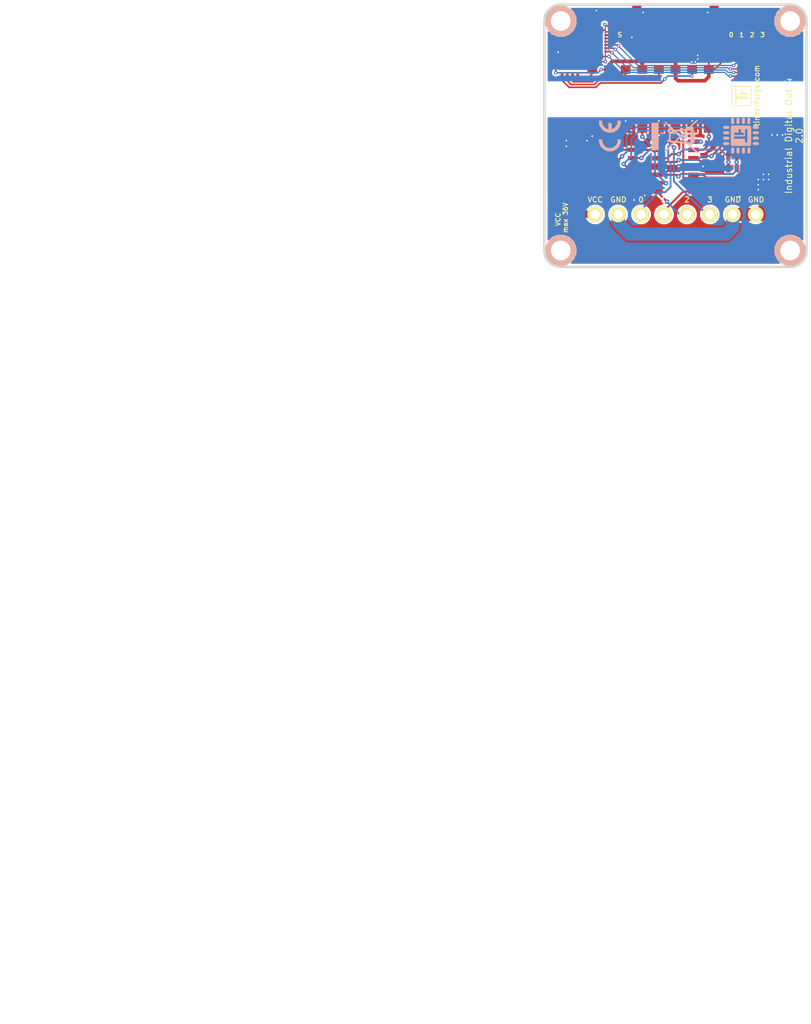
<source format=kicad_pcb>
(kicad_pcb (version 4) (host pcbnew 4.0.7-e2-6376~61~ubuntu18.04.1)
  (title_block (title "Industrial Digital Out 4 Bricklet 2.0") (date 2018-01-17) (rev 1.0) (company "Tinkerforge GmbH") (comment 1 "Licensed under CERN OHL v.1.1") (comment 2 "Copyright (©) 2018, L.Lauer <lukas@tinkerforge.com>"))
  (layers (0 Front signal) (31 Back signal hide) (34 B.Paste user) (35 F.Paste user) (36 B.SilkS user) (37 F.SilkS user) (38 B.Mask user) (39 F.Mask user) (44 Edge.Cuts user))
  (net 0 "")
  (net 1 3V3)
  (net 2 AGND)
  (net 3 GND)
  (net 4 OUTPUT1)
  (net 5 OUTPUT2)
  (net 6 OUTPUT3)
  (net 7 OUTPUT4)
  (net 8 VPP)
  (net 9 "Net-(D1-Pad2)")
  (net 10 "Net-(P1-Pad1)")
  (net 11 "Net-(P1-Pad4)")
  (net 12 "Net-(P1-Pad5)")
  (net 13 "Net-(P1-Pad6)")
  (net 14 "Net-(P2-Pad2)")
  (net 15 "Net-(P2-Pad3)")
  (net 16 "Net-(P2-Pad4)")
  (net 17 "Net-(P2-Pad5)")
  (net 18 "Net-(P2-Pad6)")
  (net 19 "Net-(RP2-Pad1)")
  (net 20 "Net-(RP2-Pad2)")
  (net 21 "Net-(RP2-Pad3)")
  (net 22 "Net-(RP2-Pad4)")
  (net 23 "Net-(RP3-Pad1)")
  (net 24 "Net-(RP3-Pad2)")
  (net 25 "Net-(RP3-Pad3)")
  (net 26 "Net-(RP3-Pad4)")
  (net 27 "Net-(C4-Pad1)")
  (net 28 "Net-(D2-Pad2)")
  (net 29 "Net-(P3-Pad1)")
  (net 30 "Net-(P4-Pad2)")
  (net 31 "Net-(R2-Pad1)")
  (net 32 S-MISO)
  (net 33 S-MOSI)
  (net 34 S-CLK)
  (net 35 S-CS)
  (net 36 "Net-(U1-Pad3)")
  (net 37 "Net-(U1-Pad5)")
  (net 38 "Net-(U1-Pad6)")
  (net 39 "Net-(U1-Pad8)")
  (net 40 "Net-(U1-Pad4)")
  (net 41 "Net-(D3-Pad2)")
  (net 42 "Net-(D4-Pad2)")
  (net 43 "Net-(D5-Pad2)")
  (net 44 "Net-(D6-Pad2)")
  (net 45 "Net-(RP6-Pad1)")
  (net 46 "Net-(RP6-Pad2)")
  (net 47 "Net-(RP6-Pad3)")
  (net 48 "Net-(RP6-Pad4)")
  (net 49 "Net-(RP1-Pad1)")
  (net 50 "Net-(RP1-Pad2)")
  (net 51 "Net-(RP1-Pad3)")
  (net 52 "Net-(RP1-Pad4)")
  (net 53 "Net-(U1-Pad15)")
  (net 54 "Net-(U1-Pad16)")
  (module kicad-libraries:Fiducial_Mark (layer Front) (at 99.3013 68.04914)
    (fp_text reference Fiducial_Mark hide)
    (fp_text value VAL** hide)
    (pad 1 smd circle (at 0 0) (size 1.00076 1.00076) (layers Front F.Paste F.Mask) (clearance 0.65024))
  )
  (module kicad-libraries:Fiducial_Mark (layer Front) (at 133.79958 44.04868)
    (fp_text reference Fiducial_Mark hide)
    (fp_text value VAL** hide)
    (pad 1 smd circle (at 0 0) (size 1.00076 1.00076) (layers Front F.Paste F.Mask) (clearance 0.65024))
  )
  (module kicad-libraries:Logo_31x31 (layer Front) (at 126.30122 53.55 90)
    (fp_text reference G*** hide)
    (fp_text value Logo_31x31 hide)
  )
  (module kicad-libraries:WEEE_7mm (layer Back) (at 117.70122 58.15 90)
    (fp_text reference VAL hide)
    (fp_text value WEEE_7mm hide)
  )
  (module kicad-libraries:CE_5mm (layer Back) (at 107.80122 58.05 90)
    (fp_text reference VAL hide)
    (fp_text value CE_5mm hide)
  )
  (module kicad-libraries:DEBUG_PAD (layer Front) (at 106.31122 40.26)
    (fp_text reference P3)
    (fp_text value DEBUG)
    (pad 1 smd circle (at 0 0) (size 0.7 0.7) (layers Front F.Paste F.Mask) (net 29 "Net-(P3-Pad1)"))
  )
  (module kicad-libraries:QFN24-4x4mm-0.5mm (layer Front) (at 105.4 43.95 270)
    (fp_text reference U1)
    (fp_text value XMC11XX24)
    (pad 1 smd oval (at -2.025 -1.25 270) (size 1 0.3) (layers Front F.Paste F.Mask) (net 32 S-MISO))
    (pad 2 smd oval (at -2.025 -0.75 270) (size 1 0.3) (layers Front F.Paste F.Mask) (net 29 "Net-(P3-Pad1)"))
    (pad 3 smd oval (at -2.025 -0.25 270) (size 1 0.3) (layers Front F.Paste F.Mask) (net 36 "Net-(U1-Pad3)"))
    (pad 4 smd oval (at -2.025 0.25 270) (size 1 0.3) (layers Front F.Paste F.Mask) (net 40 "Net-(U1-Pad4)"))
    (pad 5 smd oval (at -2.025 0.75 270) (size 1 0.3) (layers Front F.Paste F.Mask) (net 37 "Net-(U1-Pad5)"))
    (pad 6 smd oval (at -2.025 1.25 270) (size 1 0.3) (layers Front F.Paste F.Mask) (net 38 "Net-(U1-Pad6)"))
    (pad 7 smd oval (at -1.25 2.025) (size 1 0.3) (layers Front F.Paste F.Mask) (net 30 "Net-(P4-Pad2)"))
    (pad 8 smd oval (at -0.75 2.025) (size 1 0.3) (layers Front F.Paste F.Mask) (net 39 "Net-(U1-Pad8)"))
    (pad 9 smd oval (at -0.25 2.025) (size 1 0.3) (layers Front F.Paste F.Mask) (net 3 GND))
    (pad 10 smd oval (at 0.25 2.025) (size 1 0.3) (layers Front F.Paste F.Mask) (net 1 3V3))
    (pad 11 smd oval (at 0.75 2.025) (size 1 0.3) (layers Front F.Paste F.Mask) (net 7 OUTPUT4))
    (pad 12 smd oval (at 1.25 2.025) (size 1 0.3) (layers Front F.Paste F.Mask) (net 6 OUTPUT3))
    (pad 13 smd oval (at 2.025 1.25 270) (size 1 0.3) (layers Front F.Paste F.Mask) (net 5 OUTPUT2))
    (pad 14 smd oval (at 2.025 0.75 270) (size 1 0.3) (layers Front F.Paste F.Mask) (net 4 OUTPUT1))
    (pad 15 smd oval (at 2.025 0.25 270) (size 1 0.3) (layers Front F.Paste F.Mask) (net 53 "Net-(U1-Pad15)"))
    (pad 16 smd oval (at 2.025 -0.25 270) (size 1 0.3) (layers Front F.Paste F.Mask) (net 54 "Net-(U1-Pad16)"))
    (pad 17 smd oval (at 2.025 -0.75 270) (size 1 0.3) (layers Front F.Paste F.Mask) (net 31 "Net-(R2-Pad1)"))
    (pad 18 smd oval (at 2.025 -1.25 270) (size 1 0.3) (layers Front F.Paste F.Mask) (net 48 "Net-(RP6-Pad4)"))
    (pad 19 smd oval (at 1.25 -2.025) (size 1 0.3) (layers Front F.Paste F.Mask) (net 47 "Net-(RP6-Pad3)"))
    (pad 20 smd oval (at 0.75 -2.025) (size 1 0.3) (layers Front F.Paste F.Mask) (net 46 "Net-(RP6-Pad2)"))
    (pad 21 smd oval (at 0.25 -2.025) (size 1 0.3) (layers Front F.Paste F.Mask) (net 45 "Net-(RP6-Pad1)"))
    (pad 22 smd oval (at -0.25 -2.025) (size 1 0.3) (layers Front F.Paste F.Mask) (net 35 S-CS))
    (pad 23 smd oval (at -0.75 -2.025) (size 1 0.3) (layers Front F.Paste F.Mask) (net 34 S-CLK))
    (pad 24 smd oval (at -1.25 -2.025) (size 1 0.3) (layers Front F.Paste F.Mask) (net 33 S-MOSI))
    (pad EXP smd rect (at 0.65 0.65 270) (size 1.3 1.3) (layers Front F.Paste F.Mask) (net 3 GND))
    (pad EXP smd rect (at 0.65 -0.65 270) (size 1.3 1.3) (layers Front F.Paste F.Mask) (net 3 GND))
    (pad EXP smd rect (at -0.65 0.65 270) (size 1.3 1.3) (layers Front F.Paste F.Mask) (net 3 GND))
    (pad EXP smd rect (at -0.65 -0.65 270) (size 1.3 1.3) (layers Front F.Paste F.Mask) (net 3 GND))
  )
  (module kicad-libraries:Logo_CoMCU (layer Back) (at 127.80122 58.05 90)
    (fp_text reference G*** hide)
    (fp_text value LOGO hide)
  )
  (module kicad-libraries:C0805 (layer Front) (at 119.7 44.55)
    (fp_text reference C1)
    (fp_text value 10uF)
    (pad 1 smd rect (at -1.00076 0) (size 1.00076 1.24968) (layers Front F.Paste F.Mask) (net 1 3V3) (clearance 0.14986))
    (pad 2 smd rect (at 1.00076 0) (size 1.00076 1.24968) (layers Front F.Paste F.Mask) (net 3 GND) (clearance 0.14986))
  )
  (module kicad-libraries:C0805 (layer Front) (at 113.05032 65.19926 270)
    (fp_text reference C2)
    (fp_text value 100nF)
    (pad 1 smd rect (at -1.00076 0 270) (size 1.00076 1.24968) (layers Front F.Paste F.Mask) (net 8 VPP) (clearance 0.14986))
    (pad 2 smd rect (at 1.00076 0 270) (size 1.00076 1.24968) (layers Front F.Paste F.Mask) (net 2 AGND) (clearance 0.14986))
  )
  (module kicad-libraries:ELKO_83 (layer Front) (at 102.69982 62.29858 270)
    (fp_text reference C3)
    (fp_text value 68µF/50V)
    (pad 2 smd rect (at -3.50012 0 270) (size 4.0005 1.99898) (layers Front F.Paste F.Mask) (net 2 AGND))
    (pad 1 smd rect (at 3.50012 0 270) (size 4.0005 1.99898) (layers Front F.Paste F.Mask) (net 8 VPP))
  )
  (module kicad-libraries:C0402F (layer Front) (at 112.45 43.05 180)
    (fp_text reference C4)
    (fp_text value 220pF)
    (pad 2 smd rect (at 0.5 0 180) (size 0.6 0.7) (layers Front F.Paste F.Mask) (net 3 GND))
    (pad 1 smd rect (at -0.5 0 180) (size 0.6 0.7) (layers Front F.Paste F.Mask) (net 27 "Net-(C4-Pad1)"))
  )
  (module kicad-libraries:C0603F (layer Front) (at 119.7 46.05)
    (fp_text reference C5)
    (fp_text value 1uF)
    (pad 1 smd rect (at -0.75 0) (size 0.9 0.9) (layers Front F.Paste F.Mask) (net 1 3V3))
    (pad 2 smd rect (at 0.75 0) (size 0.9 0.9) (layers Front F.Paste F.Mask) (net 3 GND))
  )
  (module kicad-libraries:C0603F (layer Front) (at 100.65 44.58 180)
    (fp_text reference C6)
    (fp_text value 100nF)
    (pad 1 smd rect (at -0.75 0 180) (size 0.9 0.9) (layers Front F.Paste F.Mask) (net 1 3V3))
    (pad 2 smd rect (at 0.75 0 180) (size 0.9 0.9) (layers Front F.Paste F.Mask) (net 3 GND))
  )
  (module kicad-libraries:MiniMelf (layer Front) (at 133.32958 60.82824 90)
    (fp_text reference D1)
    (fp_text value Z12V)
    (pad 2 smd rect (at -1.69926 0 90) (size 1.19888 1.6002) (layers Front F.Paste F.Mask) (net 9 "Net-(D1-Pad2)"))
    (pad 1 smd rect (at 1.69926 0 90) (size 1.19888 1.6002) (layers Front F.Paste F.Mask) (net 2 AGND))
  )
  (module kicad-libraries:D0603F (layer Front) (at 109.3 40.55 90)
    (fp_text reference D2)
    (fp_text value blue)
    (pad 1 smd rect (at -0.75 0 90) (size 0.9 0.9) (layers Front F.Paste F.Mask) (net 1 3V3))
    (pad 2 smd rect (at 0.75 0 90) (size 0.9 0.9) (layers Front F.Paste F.Mask) (net 28 "Net-(D2-Pad2)"))
  )
  (module kicad-libraries:D0603F (layer Front) (at 126.3 40.55 270)
    (fp_text reference D3)
    (fp_text value blue)
    (pad 1 smd rect (at -0.75 0 270) (size 0.9 0.9) (layers Front F.Paste F.Mask) (net 1 3V3))
    (pad 2 smd rect (at 0.75 0 270) (size 0.9 0.9) (layers Front F.Paste F.Mask) (net 41 "Net-(D3-Pad2)"))
  )
  (module kicad-libraries:D0603F (layer Front) (at 127.9 40.55 270)
    (fp_text reference D4)
    (fp_text value blue)
    (pad 1 smd rect (at -0.75 0 270) (size 0.9 0.9) (layers Front F.Paste F.Mask) (net 1 3V3))
    (pad 2 smd rect (at 0.75 0 270) (size 0.9 0.9) (layers Front F.Paste F.Mask) (net 42 "Net-(D4-Pad2)"))
  )
  (module kicad-libraries:D0603F (layer Front) (at 129.5 40.55 270)
    (fp_text reference D5)
    (fp_text value blue)
    (pad 1 smd rect (at -0.75 0 270) (size 0.9 0.9) (layers Front F.Paste F.Mask) (net 1 3V3))
    (pad 2 smd rect (at 0.75 0 270) (size 0.9 0.9) (layers Front F.Paste F.Mask) (net 43 "Net-(D5-Pad2)"))
  )
  (module kicad-libraries:D0603F (layer Front) (at 131.1 40.55 270)
    (fp_text reference D6)
    (fp_text value blue)
    (pad 1 smd rect (at -0.75 0 270) (size 0.9 0.9) (layers Front F.Paste F.Mask) (net 1 3V3))
    (pad 2 smd rect (at 0.75 0 270) (size 0.9 0.9) (layers Front F.Paste F.Mask) (net 44 "Net-(D6-Pad2)"))
  )
  (module kicad-libraries:CON-SENSOR2 (layer Front) (at 117.80122 38.05 180)
    (fp_text reference P1)
    (fp_text value CON-SENSOR2)
    (pad 1 smd rect (at -3.75 -4.6 180) (size 0.6 1.8) (layers Front F.Paste F.Mask) (net 10 "Net-(P1-Pad1)"))
    (pad 2 smd rect (at -2.5 -4.6 180) (size 0.6 1.8) (layers Front F.Paste F.Mask) (net 3 GND))
    (pad EP smd rect (at -5.9 -1.2 180) (size 1.4 2.4) (layers Front F.Paste F.Mask) (net 3 GND))
    (pad EP smd rect (at 5.9 -1.2 180) (size 1.4 2.4) (layers Front F.Paste F.Mask) (net 3 GND))
    (pad 3 smd rect (at -1.25 -4.6 180) (size 0.6 1.8) (layers Front F.Paste F.Mask) (net 1 3V3))
    (pad 4 smd rect (at 0 -4.6 180) (size 0.6 1.8) (layers Front F.Paste F.Mask) (net 11 "Net-(P1-Pad4)"))
    (pad 5 smd rect (at 1.25 -4.6 180) (size 0.6 1.8) (layers Front F.Paste F.Mask) (net 12 "Net-(P1-Pad5)"))
    (pad 6 smd rect (at 2.5 -4.6 180) (size 0.6 1.8) (layers Front F.Paste F.Mask) (net 13 "Net-(P1-Pad6)"))
    (pad 7 smd rect (at 3.75 -4.6 180) (size 0.6 1.8) (layers Front F.Paste F.Mask) (net 27 "Net-(C4-Pad1)"))
  )
  (module kicad-libraries:OQ_8P (layer Front) (at 117.80012 70.05066)
    (fp_text reference P2)
    (fp_text value "Digital Output")
    (pad 2 thru_hole circle (at -8.7503 0) (size 2.4003 2.4003) (drill 1.39954) (layers *.Cu *.Mask F.SilkS) (net 14 "Net-(P2-Pad2)"))
    (pad 3 thru_hole circle (at -5.25018 0) (size 2.4003 2.4003) (drill 1.39954) (layers *.Cu *.Mask F.SilkS) (net 15 "Net-(P2-Pad3)"))
    (pad 4 thru_hole circle (at -1.75006 0) (size 2.4003 2.4003) (drill 1.39954) (layers *.Cu *.Mask F.SilkS) (net 16 "Net-(P2-Pad4)"))
    (pad 1 thru_hole circle (at -12.25042 0) (size 2.4003 2.4003) (drill 1.39954) (layers *.Cu *.Mask F.SilkS) (net 8 VPP))
    (pad 5 thru_hole circle (at 1.75006 0) (size 2.4003 2.4003) (drill 1.39954) (layers *.Cu *.Mask F.SilkS) (net 17 "Net-(P2-Pad5)"))
    (pad 6 thru_hole circle (at 5.25018 0) (size 2.4003 2.4003) (drill 1.39954) (layers *.Cu *.Mask F.SilkS) (net 18 "Net-(P2-Pad6)"))
    (pad 7 thru_hole circle (at 8.7503 0) (size 2.4003 2.4003) (drill 1.39954) (layers *.Cu *.Mask F.SilkS) (net 14 "Net-(P2-Pad2)"))
    (pad 8 thru_hole circle (at 12.25042 0) (size 2.4003 2.4003) (drill 1.39954) (layers *.Cu *.Mask F.SilkS) (net 14 "Net-(P2-Pad2)"))
  )
  (module kicad-libraries:SolderJumper (layer Front) (at 104.56122 39.46 270)
    (fp_text reference P4)
    (fp_text value BOOT)
    (pad 2 smd rect (at 0.55 0 270) (size 0.3 1.4) (layers Front F.Mask) (net 30 "Net-(P4-Pad2)"))
    (pad 2 smd rect (at 0.15 0 270) (size 0.6 0.5) (layers Front F.Mask) (net 30 "Net-(P4-Pad2)"))
    (pad 1 smd rect (at -0.5 0 270) (size 0.4 1.4) (layers Front F.Mask) (net 3 GND))
    (pad 1 smd rect (at -0.225 0.55 270) (size 0.95 0.3) (layers Front F.Mask) (net 3 GND))
    (pad 1 smd rect (at -0.225 -0.55 270) (size 0.95 0.3) (layers Front F.Mask) (net 3 GND))
  )
  (module kicad-libraries:SOT23GDS (layer Front) (at 132.90122 66.75)
    (fp_text reference Q1)
    (fp_text value FDN5630)
    (pad S smd rect (at -0.889 -1.016) (size 0.9144 0.9144) (layers Front F.Paste F.Mask) (net 2 AGND))
    (pad G smd rect (at 0.889 -1.016) (size 0.9144 0.9144) (layers Front F.Paste F.Mask) (net 9 "Net-(D1-Pad2)"))
    (pad D smd rect (at 0 1.016) (size 0.9144 0.9144) (layers Front F.Paste F.Mask) (net 14 "Net-(P2-Pad2)"))
  )
  (module kicad-libraries:R0603F (layer Front) (at 131.42966 61.72994 270)
    (fp_text reference R1)
    (fp_text value 100k)
    (pad 1 smd rect (at -0.75 0 270) (size 0.9 0.9) (layers Front F.Paste F.Mask) (net 8 VPP))
    (pad 2 smd rect (at 0.75 0 270) (size 0.9 0.9) (layers Front F.Paste F.Mask) (net 9 "Net-(D1-Pad2)"))
  )
  (module kicad-libraries:R0603F (layer Front) (at 107.9 40.55 90)
    (fp_text reference R2)
    (fp_text value 1k)
    (pad 1 smd rect (at -0.75 0 90) (size 0.9 0.9) (layers Front F.Paste F.Mask) (net 31 "Net-(R2-Pad1)"))
    (pad 2 smd rect (at 0.75 0 90) (size 0.9 0.9) (layers Front F.Paste F.Mask) (net 28 "Net-(D2-Pad2)"))
  )
  (module kicad-libraries:0603X4 (layer Front) (at 101.7 48.2 180)
    (fp_text reference RP1)
    (fp_text value 1k)
    (pad 1 smd rect (at 1.19888 -0.8509 180) (size 0.44958 0.89916) (layers Front F.Paste F.Mask) (net 49 "Net-(RP1-Pad1)"))
    (pad 2 smd rect (at 0.39878 -0.8509 180) (size 0.44958 0.89916) (layers Front F.Paste F.Mask) (net 50 "Net-(RP1-Pad2)"))
    (pad 3 smd rect (at -0.39878 -0.8509 180) (size 0.44958 0.89916) (layers Front F.Paste F.Mask) (net 51 "Net-(RP1-Pad3)"))
    (pad 4 smd rect (at -1.19888 -0.8509 180) (size 0.44958 0.89916) (layers Front F.Paste F.Mask) (net 52 "Net-(RP1-Pad4)"))
    (pad 5 smd rect (at -1.19888 0.8509 180) (size 0.44958 0.89916) (layers Front F.Paste F.Mask) (net 4 OUTPUT1))
    (pad 6 smd rect (at -0.39878 0.8509 180) (size 0.44958 0.89916) (layers Front F.Paste F.Mask) (net 5 OUTPUT2))
    (pad 7 smd rect (at 0.39878 0.8509 180) (size 0.44958 0.89916) (layers Front F.Paste F.Mask) (net 6 OUTPUT3))
    (pad 8 smd rect (at 1.19888 0.8509 180) (size 0.44958 0.89916) (layers Front F.Paste F.Mask) (net 7 OUTPUT4))
  )
  (module kicad-libraries:1206X4 (layer Front) (at 109.5502 62.09792 90)
    (fp_text reference RP2)
    (fp_text value 12k)
    (pad 1 smd rect (at -1.90246 1.59766 270) (size 0.6477 1.19888) (layers Front F.Paste F.Mask) (net 19 "Net-(RP2-Pad1)"))
    (pad 2 smd rect (at -0.63246 1.59766 270) (size 0.6477 1.19888) (layers Front F.Paste F.Mask) (net 20 "Net-(RP2-Pad2)"))
    (pad 3 smd rect (at 0.63246 1.59766 270) (size 0.6477 1.19888) (layers Front F.Paste F.Mask) (net 21 "Net-(RP2-Pad3)"))
    (pad 4 smd rect (at 1.90246 1.59766 270) (size 0.6477 1.19888) (layers Front F.Paste F.Mask) (net 22 "Net-(RP2-Pad4)"))
    (pad 5 smd rect (at 1.90246 -1.59766 90) (size 0.6477 1.19888) (layers Front F.Paste F.Mask) (net 8 VPP))
    (pad 6 smd rect (at 0.63246 -1.59766 90) (size 0.6477 1.19888) (layers Front F.Paste F.Mask) (net 8 VPP))
    (pad 7 smd rect (at -0.63246 -1.59766 90) (size 0.6477 1.19888) (layers Front F.Paste F.Mask) (net 8 VPP))
    (pad 8 smd rect (at -1.90246 -1.59766 90) (size 0.6477 1.19888) (layers Front F.Paste F.Mask) (net 8 VPP))
  )
  (module kicad-libraries:1206X4 (layer Front) (at 127.77968 59.5303)
    (fp_text reference RP3)
    (fp_text value 10k)
    (pad 1 smd rect (at -1.90246 1.59766 180) (size 0.6477 1.19888) (layers Front F.Paste F.Mask) (net 23 "Net-(RP3-Pad1)"))
    (pad 2 smd rect (at -0.63246 1.59766 180) (size 0.6477 1.19888) (layers Front F.Paste F.Mask) (net 24 "Net-(RP3-Pad2)"))
    (pad 3 smd rect (at 0.63246 1.59766 180) (size 0.6477 1.19888) (layers Front F.Paste F.Mask) (net 25 "Net-(RP3-Pad3)"))
    (pad 4 smd rect (at 1.90246 1.59766 180) (size 0.6477 1.19888) (layers Front F.Paste F.Mask) (net 26 "Net-(RP3-Pad4)"))
    (pad 5 smd rect (at 1.90246 -1.59766) (size 0.6477 1.19888) (layers Front F.Paste F.Mask) (net 8 VPP))
    (pad 6 smd rect (at 0.63246 -1.59766) (size 0.6477 1.19888) (layers Front F.Paste F.Mask) (net 8 VPP))
    (pad 7 smd rect (at -0.63246 -1.59766) (size 0.6477 1.19888) (layers Front F.Paste F.Mask) (net 8 VPP))
    (pad 8 smd rect (at -1.90246 -1.59766) (size 0.6477 1.19888) (layers Front F.Paste F.Mask) (net 8 VPP))
  )
  (module kicad-libraries:1206X4 (layer Front) (at 127.77968 64.62808)
    (fp_text reference RP4)
    (fp_text value 10k)
    (pad 1 smd rect (at -1.90246 1.59766 180) (size 0.6477 1.19888) (layers Front F.Paste F.Mask) (net 2 AGND))
    (pad 2 smd rect (at -0.63246 1.59766 180) (size 0.6477 1.19888) (layers Front F.Paste F.Mask) (net 2 AGND))
    (pad 3 smd rect (at 0.63246 1.59766 180) (size 0.6477 1.19888) (layers Front F.Paste F.Mask) (net 2 AGND))
    (pad 4 smd rect (at 1.90246 1.59766 180) (size 0.6477 1.19888) (layers Front F.Paste F.Mask) (net 2 AGND))
    (pad 5 smd rect (at 1.90246 -1.59766) (size 0.6477 1.19888) (layers Front F.Paste F.Mask) (net 26 "Net-(RP3-Pad4)"))
    (pad 6 smd rect (at 0.63246 -1.59766) (size 0.6477 1.19888) (layers Front F.Paste F.Mask) (net 25 "Net-(RP3-Pad3)"))
    (pad 7 smd rect (at -0.63246 -1.59766) (size 0.6477 1.19888) (layers Front F.Paste F.Mask) (net 24 "Net-(RP3-Pad2)"))
    (pad 8 smd rect (at -1.90246 -1.59766) (size 0.6477 1.19888) (layers Front F.Paste F.Mask) (net 23 "Net-(RP3-Pad1)"))
  )
  (module kicad-libraries:4X0402 (layer Front) (at 112.6 44.75 90)
    (fp_text reference RP5)
    (fp_text value 82)
    (pad 1 smd rect (at -0.7493 0.575 270) (size 0.29972 0.65) (layers Front F.Paste F.Mask) (net 11 "Net-(P1-Pad4)"))
    (pad 2 smd rect (at -0.24892 0.575 270) (size 0.29972 0.65) (layers Front F.Paste F.Mask) (net 12 "Net-(P1-Pad5)"))
    (pad 3 smd rect (at 0.24892 0.575 270) (size 0.29972 0.65) (layers Front F.Paste F.Mask) (net 13 "Net-(P1-Pad6)"))
    (pad 4 smd rect (at 0.7493 0.575 270) (size 0.29972 0.65) (layers Front F.Paste F.Mask) (net 27 "Net-(C4-Pad1)"))
    (pad 5 smd rect (at 0.7493 -0.575 90) (size 0.29972 0.65) (layers Front F.Paste F.Mask) (net 32 S-MISO))
    (pad 6 smd rect (at 0.24892 -0.575 90) (size 0.29972 0.65) (layers Front F.Paste F.Mask) (net 33 S-MOSI))
    (pad 7 smd rect (at -0.24892 -0.575 90) (size 0.29972 0.65) (layers Front F.Paste F.Mask) (net 34 S-CLK))
    (pad 8 smd rect (at -0.7493 -0.575 90) (size 0.29972 0.65) (layers Front F.Paste F.Mask) (net 35 S-CS))
  )
  (module kicad-libraries:0603X4 (layer Front) (at 128.69122 45 180)
    (fp_text reference RP6)
    (fp_text value 1k)
    (pad 1 smd rect (at 1.19888 -0.8509 180) (size 0.44958 0.89916) (layers Front F.Paste F.Mask) (net 45 "Net-(RP6-Pad1)"))
    (pad 2 smd rect (at 0.39878 -0.8509 180) (size 0.44958 0.89916) (layers Front F.Paste F.Mask) (net 46 "Net-(RP6-Pad2)"))
    (pad 3 smd rect (at -0.39878 -0.8509 180) (size 0.44958 0.89916) (layers Front F.Paste F.Mask) (net 47 "Net-(RP6-Pad3)"))
    (pad 4 smd rect (at -1.19888 -0.8509 180) (size 0.44958 0.89916) (layers Front F.Paste F.Mask) (net 48 "Net-(RP6-Pad4)"))
    (pad 5 smd rect (at -1.19888 0.8509 180) (size 0.44958 0.89916) (layers Front F.Paste F.Mask) (net 44 "Net-(D6-Pad2)"))
    (pad 6 smd rect (at -0.39878 0.8509 180) (size 0.44958 0.89916) (layers Front F.Paste F.Mask) (net 43 "Net-(D5-Pad2)"))
    (pad 7 smd rect (at 0.39878 0.8509 180) (size 0.44958 0.89916) (layers Front F.Paste F.Mask) (net 42 "Net-(D4-Pad2)"))
    (pad 8 smd rect (at 1.19888 0.8509 180) (size 0.44958 0.89916) (layers Front F.Paste F.Mask) (net 41 "Net-(D3-Pad2)"))
  )
  (module kicad-libraries:OPTO-SMD16 (layer Front) (at 114.00028 52.44846 180)
    (fp_text reference U2)
    (fp_text value LTV846S)
    (pad 1 smd rect (at -8.88746 4.49834) (size 1.4986 1.29794) (layers Front F.Paste F.Mask) (net 1 3V3))
    (pad 2 smd rect (at -6.34746 4.49834) (size 1.4986 1.29794) (layers Front F.Paste F.Mask) (net 49 "Net-(RP1-Pad1)"))
    (pad 3 smd rect (at -3.80746 4.49834) (size 1.4986 1.29794) (layers Front F.Paste F.Mask) (net 1 3V3))
    (pad 4 smd rect (at -1.26746 4.49834) (size 1.4986 1.29794) (layers Front F.Paste F.Mask) (net 50 "Net-(RP1-Pad2)"))
    (pad 5 smd rect (at 1.26746 4.49834) (size 1.4986 1.29794) (layers Front F.Paste F.Mask) (net 1 3V3))
    (pad 6 smd rect (at 3.80746 4.49834) (size 1.4986 1.29794) (layers Front F.Paste F.Mask) (net 51 "Net-(RP1-Pad3)"))
    (pad 7 smd rect (at 6.34746 4.49834) (size 1.4986 1.29794) (layers Front F.Paste F.Mask) (net 1 3V3))
    (pad 8 smd rect (at 8.88746 4.49834) (size 1.4986 1.29794) (layers Front F.Paste F.Mask) (net 52 "Net-(RP1-Pad4)"))
    (pad 9 smd rect (at 8.88746 -4.49834 180) (size 1.4986 1.29794) (layers Front F.Paste F.Mask) (net 2 AGND))
    (pad 10 smd rect (at 6.34746 -4.49834 180) (size 1.4986 1.29794) (layers Front F.Paste F.Mask) (net 22 "Net-(RP2-Pad4)"))
    (pad 11 smd rect (at 3.80746 -4.49834 180) (size 1.4986 1.29794) (layers Front F.Paste F.Mask) (net 2 AGND))
    (pad 12 smd rect (at 1.26746 -4.49834 180) (size 1.4986 1.29794) (layers Front F.Paste F.Mask) (net 21 "Net-(RP2-Pad3)"))
    (pad 13 smd rect (at -1.26746 -4.49834 180) (size 1.4986 1.29794) (layers Front F.Paste F.Mask) (net 2 AGND))
    (pad 14 smd rect (at -3.80746 -4.49834 180) (size 1.4986 1.29794) (layers Front F.Paste F.Mask) (net 20 "Net-(RP2-Pad2)"))
    (pad 15 smd rect (at -6.34746 -4.49834 180) (size 1.4986 1.29794) (layers Front F.Paste F.Mask) (net 2 AGND))
    (pad 16 smd rect (at -8.88746 -4.49834 180) (size 1.4986 1.29794) (layers Front F.Paste F.Mask) (net 19 "Net-(RP2-Pad1)"))
  )
  (module kicad-libraries:SOP14 (layer Front) (at 117.80012 62.74816 270)
    (fp_text reference U3)
    (fp_text value OPA4171AIDR)
    (pad 1 smd rect (at -3.80746 2.74828 90) (size 0.6985 1.59766) (layers Front F.Paste F.Mask) (net 18 "Net-(P2-Pad6)"))
    (pad 2 smd rect (at -2.53746 2.74828 90) (size 0.6985 1.59766) (layers Front F.Paste F.Mask) (net 22 "Net-(RP2-Pad4)"))
    (pad 3 smd rect (at -1.26746 2.74828 90) (size 0.6985 1.59766) (layers Front F.Paste F.Mask) (net 23 "Net-(RP3-Pad1)"))
    (pad 4 smd rect (at 0 2.74828 90) (size 0.6985 1.59766) (layers Front F.Paste F.Mask) (net 8 VPP))
    (pad 5 smd rect (at 1.26746 2.74828 90) (size 0.6985 1.59766) (layers Front F.Paste F.Mask) (net 24 "Net-(RP3-Pad2)"))
    (pad 6 smd rect (at 2.53746 2.74828 90) (size 0.6985 1.59766) (layers Front F.Paste F.Mask) (net 21 "Net-(RP2-Pad3)"))
    (pad 7 smd rect (at 3.80746 2.74828 90) (size 0.6985 1.59766) (layers Front F.Paste F.Mask) (net 17 "Net-(P2-Pad5)"))
    (pad 8 smd rect (at 3.80746 -2.74828 270) (size 0.6985 1.59766) (layers Front F.Paste F.Mask) (net 16 "Net-(P2-Pad4)"))
    (pad 9 smd rect (at 2.53746 -2.74828 270) (size 0.6985 1.59766) (layers Front F.Paste F.Mask) (net 20 "Net-(RP2-Pad2)"))
    (pad 10 smd rect (at 1.26746 -2.74828 270) (size 0.6985 1.59766) (layers Front F.Paste F.Mask) (net 25 "Net-(RP3-Pad3)"))
    (pad 11 smd rect (at 0 -2.74828 270) (size 0.6985 1.59766) (layers Front F.Paste F.Mask) (net 2 AGND))
    (pad 12 smd rect (at -1.26746 -2.74828 270) (size 0.6985 1.59766) (layers Front F.Paste F.Mask) (net 26 "Net-(RP3-Pad4)"))
    (pad 13 smd rect (at -2.53746 -2.74828 270) (size 0.6985 1.59766) (layers Front F.Paste F.Mask) (net 19 "Net-(RP2-Pad1)"))
    (pad 14 smd rect (at -3.80746 -2.74828 270) (size 0.6985 1.59766) (layers Front F.Paste F.Mask) (net 15 "Net-(P2-Pad3)"))
  )
  (module kicad-libraries:DRILL_NP (layer Front) (at 135.30072 40.5511)
    (fp_text reference U4 hide)
    (fp_text value DRILL hide)
    (pad "" np_thru_hole circle (at 0 0) (size 2.99974 2.99974) (drill 2.99974) (layers *.Cu *.Mask F.SilkS) (clearance 0.89916))
  )
  (module kicad-libraries:DRILL_NP (layer Front) (at 135.30072 75.54976)
    (fp_text reference U5 hide)
    (fp_text value DRILL hide)
    (pad "" np_thru_hole circle (at 0 0) (size 2.99974 2.99974) (drill 2.99974) (layers *.Cu *.Mask F.SilkS) (clearance 0.89916))
  )
  (module kicad-libraries:DRILL_NP (layer Front) (at 100.29952 75.54976)
    (fp_text reference U6 hide)
    (fp_text value DRILL hide)
    (pad "" np_thru_hole circle (at 0 0) (size 2.99974 2.99974) (drill 2.99974) (layers *.Cu *.Mask F.SilkS) (clearance 0.89916))
  )
  (module kicad-libraries:DRILL_NP (layer Front) (at 100.29952 40.54856)
    (fp_text reference U7 hide)
    (fp_text value DRILL hide)
    (pad "" np_thru_hole circle (at 0 0) (size 2.99974 2.99974) (drill 2.99974) (layers *.Cu *.Mask F.SilkS) (clearance 0.89916))
  )
  (gr_text S (at 109.30122 42.65) (layer F.SilkS) (effects (font (size 0.7 0.7))))
  (gr_text "3\n" (at 131.1 42.65) (layer F.SilkS) (effects (font (size 0.7 0.7))))
  (gr_text 2 (at 129.5 42.65) (layer F.SilkS) (effects (font (size 0.7 0.7))))
  (gr_text 1 (at 127.9 42.65) (layer F.SilkS) (effects (font (size 0.7 0.7))))
  (gr_text 0 (at 126.30122 42.65) (layer F.SilkS) (effects (font (size 0.7 0.7))))
  (gr_text "VCC \nmax 36V" (at 100.44938 70.5485 90) (layer F.SilkS) (effects (font (size 0.70104 0.70104) (thickness 0.14986))))
  (gr_text GND (at 130.10134 67.80022) (layer F.SilkS) (effects (font (size 0.8001 0.8001) (thickness 0.14986))))
  (gr_text GND (at 126.55042 67.80022) (layer F.SilkS) (effects (font (size 0.8001 0.8001) (thickness 0.14986))))
  (gr_text 3 (at 123.0503 67.80022) (layer F.SilkS) (effects (font (size 0.8001 0.8001) (thickness 0.14986))))
  (gr_text 2 (at 119.55018 67.80022) (layer F.SilkS) (effects (font (size 0.8001 0.8001) (thickness 0.14986))))
  (gr_text 1 (at 115.951 67.80022) (layer F.SilkS) (effects (font (size 0.8001 0.8001) (thickness 0.14986))))
  (gr_text 0 (at 112.54994 67.80022) (layer F.SilkS) (effects (font (size 0.8001 0.8001) (thickness 0.14986))))
  (gr_text GND (at 109.10062 67.80022) (layer F.SilkS) (effects (font (size 0.8001 0.8001) (thickness 0.14986))))
  (gr_text VCC (at 105.5497 67.80022) (layer F.SilkS) (effects (font (size 0.8001 0.8001) (thickness 0.14986))))
  (gr_text tinkerforge.com (at 130.20122 51.95 90) (layer F.SilkS) (effects (font (size 0.8001 0.8001) (thickness 0.14986))))
  (gr_text "Industrial Digital Out 4\n2.0" (at 135.89122 58.06 90) (layer F.SilkS) (effects (font (size 1 1))))
  (gr_arc (start 100.29952 40.5511) (end 97.80016 40.5511) (angle 90) (layer Edge.Cuts) (width 0.381))
  (gr_arc (start 100.29952 75.54976) (end 100.29952 78.04912) (angle 90) (layer Edge.Cuts) (width 0.381))
  (gr_arc (start 135.29818 75.54976) (end 137.80008 75.54976) (angle 90) (layer Edge.Cuts) (width 0.381))
  (gr_arc (start 135.29818 40.5511) (end 135.29818 38.0492) (angle 90) (layer Edge.Cuts) (width 0.381))
  (gr_line (start 97.80016 40.5511) (end 97.80016 75.54976) (angle 90) (layer Edge.Cuts) (width 0.381))
  (gr_line (start 135.30072 38.0492) (end 100.29952 38.0492) (angle 90) (layer Edge.Cuts) (width 0.381))
  (gr_line (start 137.80262 75.54976) (end 137.80262 40.5511) (angle 90) (layer Edge.Cuts) (width 0.381))
  (gr_line (start 100.29952 78.04912) (end 135.30072 78.04912) (angle 90) (layer Edge.Cuts) (width 0.381))
  (segment (start 107.65282 47.95012) (end 106.4711 47.95012) (width 0.25) (layer Front) (net 1))
  (segment (start 101.4 45.13122) (end 101.4 44.58) (width 0.25) (layer Front) (net 1))
  (segment (start 99.55122 46.98) (end 101.4 45.13122) (width 0.25) (layer Front) (net 1))
  (segment (start 99.55122 48.43) (end 99.55122 46.98) (width 0.25) (layer Front) (net 1))
  (segment (start 99.54122 48.44) (end 99.55122 48.43) (width 0.25) (layer Front) (net 1))
  (via (at 99.54122 48.44) (size 0.55) (drill 0.25) (layers Front Back) (net 1))
  (segment (start 105.98122 48.44) (end 99.54122 48.44) (width 0.25) (layer Back) (net 1))
  (segment (start 106.46122 47.96) (end 105.98122 48.44) (width 0.25) (layer Back) (net 1))
  (via (at 106.46122 47.96) (size 0.55) (drill 0.25) (layers Front Back) (net 1))
  (segment (start 106.4711 47.95012) (end 106.46122 47.96) (width 0.25) (layer Front) (net 1))
  (segment (start 109.3 41.3) (end 122.38 41.3) (width 0.25) (layer Front) (net 1))
  (segment (start 122.88774 41.80774) (end 122.88774 47.95012) (width 0.25) (layer Front) (net 1))
  (segment (start 122.38 41.3) (end 122.88774 41.80774) (width 0.25) (layer Front) (net 1))
  (segment (start 103.375 44.2) (end 102.45 44.2) (width 0.25) (layer Front) (net 1))
  (segment (start 102.45 44.2) (end 102.07 44.58) (width 0.25) (layer Front) (net 1))
  (segment (start 102.07 44.58) (end 101.4 44.58) (width 0.25) (layer Front) (net 1))
  (segment (start 122.88774 47.95012) (end 123.75988 47.95012) (width 0.25) (layer Front) (net 1))
  (segment (start 125.71 39.8) (end 126.3 39.8) (width 0.25) (layer Front) (net 1))
  (segment (start 125.32 40.19) (end 125.71 39.8) (width 0.25) (layer Front) (net 1))
  (segment (start 125.32 46.39) (end 125.32 40.19) (width 0.25) (layer Front) (net 1))
  (segment (start 123.75988 47.95012) (end 125.32 46.39) (width 0.25) (layer Front) (net 1))
  (segment (start 117.80774 47.95012) (end 117.80774 49.27774) (width 0.55) (layer Front) (net 1))
  (segment (start 122.88774 49.05226) (end 122.88774 47.95012) (width 0.55) (layer Front) (net 1))
  (segment (start 122.28 49.66) (end 122.88774 49.05226) (width 0.55) (layer Front) (net 1))
  (segment (start 118.19 49.66) (end 122.28 49.66) (width 0.55) (layer Front) (net 1))
  (segment (start 117.80774 49.27774) (end 118.19 49.66) (width 0.55) (layer Front) (net 1))
  (segment (start 112.42 46.7) (end 117.56 46.7) (width 0.55) (layer Front) (net 1))
  (segment (start 117.56 46.7) (end 117.80774 46.45226) (width 0.55) (layer Front) (net 1))
  (segment (start 107.65282 47.95012) (end 107.65282 47.21718) (width 0.55) (layer Front) (net 1))
  (segment (start 112.73282 47.01282) (end 112.73282 47.95012) (width 0.55) (layer Front) (net 1))
  (segment (start 112.42 46.7) (end 112.73282 47.01282) (width 0.55) (layer Front) (net 1))
  (segment (start 108.17 46.7) (end 112.42 46.7) (width 0.55) (layer Front) (net 1))
  (segment (start 107.65282 47.21718) (end 108.17 46.7) (width 0.55) (layer Front) (net 1))
  (segment (start 118.69924 44.55) (end 118.69924 45.19924) (width 0.55) (layer Front) (net 1))
  (segment (start 118.95 45.45) (end 118.95 46.05) (width 0.55) (layer Front) (net 1))
  (segment (start 118.69924 45.19924) (end 118.95 45.45) (width 0.55) (layer Front) (net 1))
  (segment (start 119.05 42.65) (end 119.05 43.68) (width 0.55) (layer Front) (net 1))
  (segment (start 119.05 43.68) (end 118.69924 44.03076) (width 0.55) (layer Front) (net 1))
  (segment (start 118.69924 44.03076) (end 118.69924 44.55) (width 0.55) (layer Front) (net 1))
  (segment (start 118.95 46.05) (end 118.21 46.05) (width 0.55) (layer Front) (net 1))
  (segment (start 118.21 46.05) (end 117.80774 46.45226) (width 0.55) (layer Front) (net 1))
  (segment (start 117.80774 46.45226) (end 117.80774 47.95012) (width 0.55) (layer Front) (net 1))
  (segment (start 131.1 39.8) (end 129.5 39.8) (width 0.55) (layer Front) (net 1))
  (segment (start 129.5 39.8) (end 127.9 39.8) (width 0.55) (layer Front) (net 1))
  (segment (start 127.9 39.8) (end 126.3 39.8) (width 0.55) (layer Front) (net 1))
  (segment (start 128.94122 55.79872) (end 131.1982 55.79872) (width 1) (layer Back) (net 2))
  (segment (start 131.1982 55.79872) (end 133.32958 57.9301) (width 1) (layer Back) (net 2))
  (segment (start 101.15042 59.64936) (end 101.15042 58.79846) (width 0.29972) (layer Front) (net 2))
  (segment (start 104.30002 58.79846) (end 104.99852 58.09996) (width 0.29972) (layer Back) (net 2))
  (segment (start 104.99852 58.09996) (end 105.10012 58.09996) (width 0.29972) (layer Back) (net 2))
  (segment (start 118.3005 62.74816) (end 122.00128 62.74816) (width 0.29972) (layer Back) (net 2))
  (via (at 116.34978 63.24854) (size 0.70104) (layers Front Back) (net 2))
  (segment (start 133.32958 62.6291) (end 132.0291 63.92958) (width 1.00076) (layer Back) (net 2))
  (via (at 132.0291 63.92958) (size 0.70104) (layers Front Back) (net 2))
  (segment (start 133.32958 57.9301) (end 133.32958 62.6291) (width 1.00076) (layer Back) (net 2))
  (segment (start 131.1782 55.77872) (end 133.32958 57.9301) (width 1.00076) (layer Back) (net 2))
  (segment (start 133.32958 57.9301) (end 133.32958 58.97912) (width 1.00076) (layer Front) (net 2))
  (via (at 132.52948 57.9301) (size 0.70104) (layers Front Back) (net 2))
  (segment (start 132.52948 57.9301) (end 133.32958 57.9301) (width 1.00076) (layer Front) (net 2))
  (via (at 115.24996 55.79872) (size 0.70104) (layers Front Back) (net 2))
  (segment (start 115.24996 55.79872) (end 115.26774 55.8165) (width 0.29972) (layer Front) (net 2))
  (segment (start 111.50092 67.84848) (end 106.90098 67.84848) (width 0.29972) (layer Back) (net 2))
  (segment (start 106.90098 67.84848) (end 104.30002 65.24752) (width 0.29972) (layer Back) (net 2))
  (segment (start 132.0418 64.74238) (end 132.0291 64.72968) (width 1.00076) (layer Front) (net 2))
  (via (at 130.4289 64.72968) (size 0.70104) (layers Front Back) (net 2))
  (via (at 131.229 63.92958) (size 0.70104) (layers Front Back) (net 2))
  (segment (start 131.229 64.72968) (end 131.229 63.92958) (width 1.00076) (layer Front) (net 2))
  (segment (start 131.229 63.92958) (end 132.0291 63.92958) (width 1.00076) (layer Front) (net 2))
  (via (at 131.229 64.72968) (size 0.70104) (layers Front Back) (net 2))
  (segment (start 130.4289 64.72968) (end 131.229 64.72968) (width 1.00076) (layer Front) (net 2))
  (segment (start 130.4289 65.9311) (end 130.13426 66.22574) (width 1.00076) (layer Front) (net 2))
  (segment (start 126.23028 67.3281) (end 125.87722 66.97504) (width 0.29972) (layer Front) (net 2))
  (segment (start 127.14722 67.31032) (end 127.12944 67.3281) (width 0.29972) (layer Front) (net 2))
  (segment (start 128.41214 66.22574) (end 128.41214 67.34842) (width 0.29972) (layer Front) (net 2))
  (segment (start 129.41036 67.34842) (end 129.68214 67.07664) (width 0.29972) (layer Front) (net 2))
  (segment (start 129.68214 67.07664) (end 129.68214 66.22574) (width 0.29972) (layer Front) (net 2))
  (segment (start 128.41214 67.34842) (end 129.41036 67.34842) (width 0.29972) (layer Front) (net 2))
  (via (at 127.62982 67.3281) (size 0.70104) (layers Front Back) (net 2))
  (via (at 130.4289 66.27908) (size 0.70104) (layers Front Back) (net 2))
  (segment (start 130.4289 66.27908) (end 130.4289 65.9311) (width 0.29972) (layer Front) (net 2))
  (via (at 130.4289 65.52978) (size 0.70104) (layers Front Back) (net 2))
  (segment (start 130.4289 65.52978) (end 130.4289 66.27908) (width 0.29972) (layer Back) (net 2))
  (segment (start 125.87722 66.97504) (end 125.87722 66.22574) (width 0.29972) (layer Front) (net 2))
  (segment (start 127.12944 67.3281) (end 126.23028 67.3281) (width 0.29972) (layer Front) (net 2))
  (segment (start 127.14722 67.31032) (end 127.12944 67.3281) (width 0.29972) (layer Front) (net 2))
  (segment (start 128.39182 67.3281) (end 127.62982 67.3281) (width 0.29972) (layer Front) (net 2))
  (segment (start 127.62982 67.3281) (end 127.12944 67.3281) (width 0.29972) (layer Front) (net 2))
  (segment (start 128.41214 67.34842) (end 128.39182 67.3281) (width 0.29972) (layer Front) (net 2))
  (segment (start 127.14722 66.22574) (end 127.14722 67.31032) (width 0.29972) (layer Front) (net 2))
  (via (at 133.32958 57.9301) (size 0.70104) (layers Front Back) (net 2))
  (segment (start 115.26774 55.8165) (end 115.26774 56.9468) (width 0.29972) (layer Front) (net 2))
  (segment (start 127.14722 66.22574) (end 128.41214 66.22574) (width 0.29972) (layer Front) (net 2))
  (segment (start 110.20044 55.79872) (end 115.24996 55.79872) (width 0.29972) (layer Back) (net 2))
  (via (at 104.30002 58.79846) (size 0.70104) (layers Front Back) (net 2))
  (segment (start 116.34978 63.24854) (end 115.80114 62.6999) (width 0.29972) (layer Back) (net 2))
  (segment (start 116.85016 62.74816) (end 116.34978 63.24854) (width 0.29972) (layer Front) (net 2))
  (via (at 111.50092 67.84848) (size 0.70104) (layers Front Back) (net 2))
  (segment (start 115.80114 58.49874) (end 115.30076 57.99836) (width 0.29972) (layer Back) (net 2))
  (via (at 132.0291 64.72968) (size 0.70104) (layers Front Back) (net 2))
  (segment (start 132.0291 63.92958) (end 132.0291 64.72968) (width 1.00076) (layer Front) (net 2))
  (segment (start 120.35028 55.79872) (end 115.24996 55.79872) (width 0.29972) (layer Back) (net 2))
  (via (at 101.15042 59.64936) (size 0.70104) (layers Front Back) (net 2))
  (segment (start 112.19942 67.14998) (end 111.50092 67.84848) (width 1.00076) (layer Front) (net 2))
  (via (at 105.10012 58.09996) (size 0.70104) (layers Front Back) (net 2))
  (segment (start 105.10012 58.09996) (end 105.11282 58.08726) (width 0.29972) (layer Front) (net 2))
  (segment (start 105.11282 58.08726) (end 105.11282 56.9468) (width 0.29972) (layer Front) (net 2))
  (via (at 110.20044 55.79872) (size 0.70104) (layers Front Back) (net 2))
  (segment (start 110.20044 55.79872) (end 107.8992 58.09996) (width 0.29972) (layer Back) (net 2))
  (via (at 115.30076 57.99836) (size 0.70104) (layers Front Back) (net 2))
  (segment (start 101.15042 58.79846) (end 102.69982 58.79846) (width 0.29972) (layer Front) (net 2))
  (segment (start 118.3005 62.74816) (end 116.85016 62.74816) (width 0.29972) (layer Front) (net 2))
  (segment (start 115.26774 57.96534) (end 115.26774 56.9468) (width 0.29972) (layer Front) (net 2))
  (via (at 120.35028 55.79872) (size 0.70104) (layers Front Back) (net 2))
  (segment (start 110.19282 55.80634) (end 110.20044 55.79872) (width 0.29972) (layer Front) (net 2))
  (via (at 122.00128 62.74816) (size 0.70104) (layers Front Back) (net 2))
  (segment (start 113.05032 66.20002) (end 113.05032 67.09918) (width 1.00076) (layer Front) (net 2))
  (segment (start 130.13426 66.22574) (end 129.68214 66.22574) (width 1.00076) (layer Front) (net 2))
  (segment (start 130.4289 65.52978) (end 130.4289 64.72968) (width 1.00076) (layer Front) (net 2))
  (segment (start 128.8795 66.22574) (end 129.68214 66.22574) (width 0.29972) (layer Front) (net 2))
  (segment (start 128.41214 66.22574) (end 128.8795 66.22574) (width 0.29972) (layer Front) (net 2))
  (segment (start 125.87722 66.22574) (end 127.14722 66.22574) (width 0.29972) (layer Front) (net 2))
  (segment (start 120.5484 62.74816) (end 122.00128 62.74816) (width 0.29972) (layer Front) (net 2))
  (segment (start 110.19282 56.9468) (end 110.19282 55.80634) (width 0.29972) (layer Front) (net 2))
  (segment (start 115.30076 57.99836) (end 115.26774 57.96534) (width 0.29972) (layer Front) (net 2))
  (via (at 113.10112 67.14998) (size 0.70104) (layers Front Back) (net 2))
  (segment (start 113.05032 67.09918) (end 113.10112 67.14998) (width 1.00076) (layer Front) (net 2))
  (segment (start 113.10112 67.14998) (end 112.19942 67.14998) (width 1.00076) (layer Front) (net 2))
  (segment (start 104.30002 65.24752) (end 104.30002 58.79846) (width 0.29972) (layer Back) (net 2))
  (via (at 134.12968 57.9301) (size 0.70104) (layers Front Back) (net 2))
  (segment (start 133.32958 57.9301) (end 134.12968 57.9301) (width 1.00076) (layer Front) (net 2))
  (segment (start 120.34774 55.80126) (end 120.35028 55.79872) (width 0.29972) (layer Front) (net 2))
  (segment (start 120.34774 56.9468) (end 120.34774 55.80126) (width 0.29972) (layer Front) (net 2))
  (segment (start 115.80114 62.6999) (end 115.80114 58.49874) (width 0.29972) (layer Back) (net 2))
  (segment (start 107.8992 58.09996) (end 105.10012 58.09996) (width 0.29972) (layer Back) (net 2))
  (via (at 101.15042 58.79846) (size 0.70104) (layers Front Back) (net 2))
  (segment (start 120.35028 55.79872) (end 128.94122 55.79872) (width 1.00076) (layer Back) (net 2))
  (via (at 118.3005 62.74816) (size 0.70104) (layers Front Back) (net 2))
  (segment (start 132.0418 65.71266) (end 132.0418 64.74238) (width 1.00076) (layer Front) (net 2))
  (segment (start 102.69982 58.79846) (end 104.30002 58.79846) (width 0.29972) (layer Front) (net 2))
  (segment (start 121.18122 45.8) (end 120.7 45.8) (width 0.55) (layer Front) (net 3))
  (via (at 121.18122 45.8) (size 0.55) (drill 0.25) (layers Front Back) (net 3))
  (segment (start 120.7 45.8) (end 120.45 46.05) (width 0.55) (layer Front) (net 3))
  (segment (start 121.18122 45.8) (end 121.18122 46.35) (width 0.55) (layer Front) (net 3))
  (segment (start 120.93122 46.05) (end 121.18122 45.8) (width 0.55) (layer Front) (net 3))
  (segment (start 120.45 46.05) (end 120.93122 46.05) (width 0.55) (layer Front) (net 3))
  (via (at 121.19122 46.36) (size 0.55) (drill 0.25) (layers Front Back) (net 3))
  (segment (start 120.83122 46.72) (end 121.19122 46.36) (width 0.55) (layer Front) (net 3))
  (via (at 120.83122 46.77) (size 0.55) (drill 0.25) (layers Front Back) (net 3))
  (segment (start 120.83122 46.77) (end 120.83122 46.72) (width 0.55) (layer Front) (net 3))
  (segment (start 121.19122 46.36) (end 120.88122 46.05) (width 0.55) (layer Front) (net 3))
  (segment (start 121.18122 46.35) (end 121.19122 46.36) (width 0.55) (layer Front) (net 3))
  (segment (start 120.27122 46.78) (end 120.82122 46.78) (width 0.55) (layer Front) (net 3))
  (segment (start 120.83122 46.77) (end 120.45 46.38878) (width 0.55) (layer Front) (net 3))
  (via (at 120.27122 46.78) (size 0.55) (drill 0.25) (layers Front Back) (net 3))
  (segment (start 120.82122 46.78) (end 120.83122 46.77) (width 0.55) (layer Front) (net 3))
  (segment (start 120.27122 46.22878) (end 120.27122 46.78) (width 0.55) (layer Front) (net 3))
  (segment (start 120.45 46.60122) (end 120.27122 46.78) (width 0.55) (layer Front) (net 3))
  (segment (start 120.45 46.60122) (end 120.45 46.05) (width 0.55) (layer Front) (net 3))
  (segment (start 120.45 46.05) (end 120.45 46.38878) (width 0.55) (layer Front) (net 3))
  (segment (start 120.45 46.05) (end 120.88122 46.05) (width 0.55) (layer Front) (net 3))
  (segment (start 104.56122 38.96) (end 104.12122 38.96) (width 0.2) (layer Front) (net 3))
  (segment (start 104.12122 38.96) (end 103.99122 39.09) (width 0.2) (layer Front) (net 3))
  (segment (start 103.99122 39.09) (end 103.99122 39.25) (width 0.2) (layer Front) (net 3))
  (segment (start 103.99122 39.25) (end 104.01122 39.235) (width 0.2) (layer Front) (net 3))
  (segment (start 104.56122 38.96) (end 104.95122 38.96) (width 0.2) (layer Front) (net 3))
  (segment (start 104.95122 38.96) (end 105.11122 39.12) (width 0.2) (layer Front) (net 3))
  (segment (start 105.11122 39.12) (end 105.11122 39.29) (width 0.2) (layer Front) (net 3))
  (segment (start 105.11122 39.29) (end 105.11122 39.235) (width 0.2) (layer Front) (net 3))
  (segment (start 104.56122 38.96) (end 105.74122 38.96) (width 0.2) (layer Front) (net 3))
  (via (at 105.74122 38.96) (size 0.55) (drill 0.25) (layers Front Back) (net 3))
  (segment (start 99.9 44.58) (end 99.9 45.30878) (width 0.55) (layer Front) (net 3))
  (via (at 99.90122 45.31) (size 0.55) (drill 0.25) (layers Front Back) (net 3))
  (segment (start 99.9 45.30878) (end 99.90122 45.31) (width 0.55) (layer Front) (net 3))
  (segment (start 103.375 43.7) (end 100.15 43.7) (width 0.25) (layer Front) (net 3))
  (segment (start 99.9 43.95) (end 99.9 44.58) (width 0.25) (layer Front) (net 3))
  (segment (start 100.15 43.7) (end 99.9 43.95) (width 0.25) (layer Front) (net 3))
  (segment (start 103.375 43.7) (end 104.35 43.7) (width 0.25) (layer Front) (net 3))
  (segment (start 104.35 43.7) (end 104.75 43.3) (width 0.25) (layer Front) (net 3))
  (segment (start 104.75 43.3) (end 106.05 43.3) (width 0.4) (layer Front) (net 3))
  (segment (start 106.05 43.3) (end 106.05 44.6) (width 0.4) (layer Front) (net 3))
  (segment (start 106.05 44.6) (end 104.75 44.6) (width 0.4) (layer Front) (net 3))
  (segment (start 104.75 44.6) (end 104.75 43.3) (width 0.4) (layer Front) (net 3))
  (segment (start 120.70076 44.55) (end 120.70076 45.29924) (width 0.55) (layer Front) (net 3))
  (segment (start 120.45 45.55) (end 120.45 46.05) (width 0.55) (layer Front) (net 3))
  (segment (start 120.70076 45.29924) (end 120.45 45.55) (width 0.55) (layer Front) (net 3))
  (segment (start 120.3 42.65) (end 120.3 43.6) (width 0.55) (layer Front) (net 3))
  (segment (start 120.3 43.6) (end 120.70076 44.00076) (width 0.55) (layer Front) (net 3))
  (segment (start 120.70076 44.00076) (end 120.70076 44.55) (width 0.55) (layer Front) (net 3))
  (segment (start 111.8 43.05) (end 111.15 43.05) (width 0.55) (layer Front) (net 3))
  (via (at 111.15 43.05) (size 0.55) (drill 0.25) (layers Front Back) (net 3))
  (segment (start 123.7 39.25) (end 122.72 39.25) (width 0.55) (layer Front) (net 3))
  (via (at 122.72 39.25) (size 0.55) (drill 0.25) (layers Front Back) (net 3))
  (segment (start 111.9 39.25) (end 112.88 39.25) (width 0.55) (layer Front) (net 3))
  (via (at 112.88 39.25) (size 0.55) (drill 0.25) (layers Front Back) (net 3))
  (segment (start 102.89888 47.3491) (end 102.89888 46.67234) (width 0.2) (layer Front) (net 4))
  (segment (start 104.65 46.65122) (end 104.65 45.975) (width 0.2) (layer Front) (net 4))
  (segment (start 104.43122 46.87) (end 104.65 46.65122) (width 0.2) (layer Front) (net 4))
  (segment (start 103.94122 46.87) (end 104.43122 46.87) (width 0.2) (layer Front) (net 4))
  (segment (start 103.52122 46.45) (end 103.94122 46.87) (width 0.2) (layer Front) (net 4))
  (segment (start 103.12122 46.45) (end 103.52122 46.45) (width 0.2) (layer Front) (net 4))
  (segment (start 102.89888 46.67234) (end 103.12122 46.45) (width 0.2) (layer Front) (net 4))
  (segment (start 104.15 45.975) (end 102.945 45.975) (width 0.2) (layer Front) (net 5))
  (segment (start 102.945 45.975) (end 102.09878 46.82122) (width 0.2) (layer Front) (net 5))
  (segment (start 102.09878 46.82122) (end 102.09878 47.3491) (width 0.2) (layer Front) (net 5))
  (segment (start 103.375 45.2) (end 102.90122 45.2) (width 0.2) (layer Front) (net 6))
  (segment (start 102.90122 45.2) (end 101.30122 46.8) (width 0.2) (layer Front) (net 6))
  (segment (start 101.30122 46.8) (end 101.30122 47.3491) (width 0.2) (layer Front) (net 6))
  (segment (start 100.50112 47.3491) (end 100.50112 46.8501) (width 0.2) (layer Front) (net 7))
  (segment (start 102.65122 44.7) (end 103.375 44.7) (width 0.2) (layer Front) (net 7))
  (segment (start 100.50112 46.8501) (end 102.65122 44.7) (width 0.2) (layer Front) (net 7))
  (segment (start 100.50112 46.9001) (end 100.50112 47.3491) (width 0.2) (layer Front) (net 7))
  (segment (start 125.87722 57.93264) (end 125.32858 57.93264) (width 0.3) (layer Front) (net 8))
  (segment (start 125.32858 57.93264) (end 124.80036 58.46086) (width 0.3) (layer Front) (net 8))
  (segment (start 117.99824 62.04966) (end 118.29796 61.74994) (width 0.29972) (layer Front) (net 8))
  (segment (start 115.69954 62.74816) (end 116.39804 62.04966) (width 0.29972) (layer Front) (net 8))
  (segment (start 124.80036 59.64682) (end 124.80036 58.95086) (width 0.29972) (layer Front) (net 8))
  (segment (start 118.29796 61.74994) (end 118.3005 61.74994) (width 0.29972) (layer Front) (net 8))
  (via (at 118.3005 61.74994) (size 0.70104) (layers Front Back) (net 8))
  (segment (start 118.3005 61.74994) (end 121.20118 61.74994) (width 0.29972) (layer Back) (net 8))
  (segment (start 121.20118 61.74994) (end 121.80316 61.14796) (width 0.29972) (layer Back) (net 8))
  (segment (start 121.80316 61.14796) (end 123.29922 61.14796) (width 0.29972) (layer Back) (net 8))
  (via (at 123.29922 61.14796) (size 0.70104) (layers Front Back) (net 8))
  (segment (start 123.29922 61.14796) (end 124.80036 59.64682) (width 0.29972) (layer Front) (net 8))
  (segment (start 116.39804 62.04966) (end 117.99824 62.04966) (width 0.29972) (layer Front) (net 8))
  (segment (start 124.80036 58.46086) (end 124.80036 58.95086) (width 0.3) (layer Front) (net 8))
  (segment (start 115.05184 62.74816) (end 113.90122 62.74816) (width 1.00076) (layer Front) (net 8))
  (segment (start 107.95254 60.19546) (end 107.95254 61.46546) (width 0.50038) (layer Front) (net 8))
  (segment (start 104.20096 70.05066) (end 102.69982 68.54952) (width 1.00076) (layer Front) (net 8))
  (segment (start 102.69982 68.54952) (end 102.69982 65.7987) (width 1.00076) (layer Front) (net 8))
  (segment (start 108.60024 65.14846) (end 107.95 65.7987) (width 1.00076) (layer Front) (net 8))
  (segment (start 107.95 65.7987) (end 102.69982 65.7987) (width 1.00076) (layer Front) (net 8))
  (segment (start 113.00206 64.1985) (end 112.0521 65.14846) (width 1.00076) (layer Front) (net 8))
  (segment (start 112.0521 65.14846) (end 108.60024 65.14846) (width 1.00076) (layer Front) (net 8))
  (segment (start 113.05032 64.1985) (end 113.00206 64.1985) (width 1.00076) (layer Front) (net 8))
  (segment (start 128.41214 57.93264) (end 127.14722 57.93264) (width 0.29972) (layer Front) (net 8))
  (segment (start 127.14722 57.93264) (end 126.93386 57.93264) (width 0.29972) (layer Front) (net 8))
  (segment (start 129.68214 57.93264) (end 129.22494 57.93264) (width 0.29972) (layer Front) (net 8))
  (segment (start 129.22494 57.93264) (end 128.41214 57.93264) (width 0.29972) (layer Front) (net 8))
  (segment (start 130.43398 57.93264) (end 129.68214 57.93264) (width 0.29972) (layer Front) (net 8))
  (segment (start 131.42966 58.92832) (end 130.43398 57.93264) (width 0.29972) (layer Front) (net 8))
  (segment (start 126.0855 57.93264) (end 125.87722 57.93264) (width 0.29972) (layer Front) (net 8))
  (segment (start 126.93386 57.93264) (end 126.0855 57.93264) (width 0.29972) (layer Front) (net 8))
  (segment (start 107.95254 61.46546) (end 107.95254 62.73038) (width 0.50038) (layer Front) (net 8))
  (segment (start 107.95254 62.73038) (end 107.95254 64.00038) (width 0.50038) (layer Front) (net 8))
  (segment (start 107.95254 64.00038) (end 107.95254 64.50076) (width 0.50038) (layer Front) (net 8))
  (segment (start 107.95254 64.50076) (end 108.60024 65.14846) (width 0.50038) (layer Front) (net 8))
  (segment (start 105.5497 70.05066) (end 104.20096 70.05066) (width 1.00076) (layer Front) (net 8))
  (segment (start 113.05032 63.59906) (end 113.05032 64.1985) (width 1.00076) (layer Front) (net 8))
  (segment (start 113.90122 62.74816) (end 113.05032 63.59906) (width 1.00076) (layer Front) (net 8))
  (segment (start 131.42966 60.92984) (end 131.42966 58.92832) (width 0.29972) (layer Front) (net 8))
  (segment (start 115.05184 62.74816) (end 115.69954 62.74816) (width 0.29972) (layer Front) (net 8))
  (segment (start 133.32958 62.67736) (end 131.57698 62.67736) (width 0.29972) (layer Front) (net 9))
  (segment (start 131.57698 62.67736) (end 131.42966 62.53004) (width 0.29972) (layer Front) (net 9))
  (segment (start 133.8198 65.71266) (end 133.8198 63.16758) (width 0.29972) (layer Front) (net 9))
  (segment (start 133.8198 63.16758) (end 133.32958 62.67736) (width 0.29972) (layer Front) (net 9))
  (segment (start 117.8 42.65) (end 117.8 44.3) (width 0.2) (layer Front) (net 11))
  (segment (start 116.6007 45.4993) (end 113.175 45.4993) (width 0.2) (layer Front) (net 11))
  (segment (start 117.8 44.3) (end 116.6007 45.4993) (width 0.2) (layer Front) (net 11))
  (segment (start 116.55 42.65) (end 116.55 44.2) (width 0.2) (layer Front) (net 12))
  (segment (start 115.75108 44.99892) (end 113.175 44.99892) (width 0.2) (layer Front) (net 12))
  (segment (start 116.55 44.2) (end 115.75108 44.99892) (width 0.2) (layer Front) (net 12))
  (segment (start 115.3 42.65) (end 115.3 43.95) (width 0.2) (layer Front) (net 13))
  (segment (start 114.74892 44.50108) (end 113.175 44.50108) (width 0.2) (layer Front) (net 13))
  (segment (start 115.3 43.95) (end 114.74892 44.50108) (width 0.2) (layer Front) (net 13))
  (segment (start 130.05054 70.05066) (end 131.1148 70.05066) (width 1.99898) (layer Front) (net 14))
  (segment (start 126.55042 70.05066) (end 130.05054 70.05066) (width 1.99898) (layer Front) (net 14))
  (segment (start 130.6448 70.03066) (end 132.9308 67.74466) (width 1.99898) (layer Front) (net 14))
  (segment (start 109.04982 70.05066) (end 109.04982 71.2978) (width 1.99898) (layer Back) (net 14))
  (segment (start 109.04982 71.2978) (end 110.79988 73.04786) (width 1.99898) (layer Back) (net 14))
  (segment (start 126.55042 71.99884) (end 126.55042 70.05066) (width 1.99898) (layer Back) (net 14))
  (segment (start 125.5014 73.04786) (end 126.55042 71.99884) (width 1.99898) (layer Back) (net 14))
  (segment (start 110.79988 73.04786) (end 125.5014 73.04786) (width 1.99898) (layer Back) (net 14))
  (segment (start 112.54994 70.05066) (end 112.54994 69.34708) (width 0.29972) (layer Back) (net 15))
  (segment (start 121.65076 58.94832) (end 121.64314 58.9407) (width 0.29972) (layer Front) (net 15))
  (segment (start 112.54994 69.34708) (end 115.24742 66.6496) (width 0.29972) (layer Back) (net 15))
  (segment (start 121.64314 58.9407) (end 120.5484 58.9407) (width 0.29972) (layer Front) (net 15))
  (segment (start 116.7003 59.69762) (end 117.4496 58.94832) (width 0.29972) (layer Back) (net 15))
  (segment (start 117.4496 58.94832) (end 121.65076 58.94832) (width 0.29972) (layer Back) (net 15))
  (segment (start 115.24742 66.6496) (end 116.24818 66.6496) (width 0.29972) (layer Back) (net 15))
  (segment (start 116.24818 66.6496) (end 117.05082 65.84696) (width 0.29972) (layer Back) (net 15))
  (segment (start 117.05082 65.84696) (end 117.05082 62.25032) (width 0.29972) (layer Back) (net 15))
  (via (at 121.65076 58.94832) (size 0.70104) (layers Front Back) (net 15))
  (segment (start 116.7003 61.8998) (end 116.7003 59.69762) (width 0.29972) (layer Back) (net 15))
  (segment (start 117.05082 62.25032) (end 116.7003 61.8998) (width 0.29972) (layer Back) (net 15))
  (segment (start 116.05006 69.49948) (end 116.05006 70.05066) (width 0.29972) (layer Front) (net 16))
  (segment (start 120.5484 66.55562) (end 118.99392 66.55562) (width 0.29972) (layer Front) (net 16))
  (segment (start 118.99392 66.55562) (end 116.05006 69.49948) (width 0.29972) (layer Front) (net 16))
  (segment (start 115.05184 66.65214) (end 115.05184 66.55562) (width 0.29972) (layer Front) (net 17))
  (segment (start 119.55018 70.05066) (end 118.45036 70.05066) (width 0.29972) (layer Back) (net 17))
  (segment (start 118.45036 70.05066) (end 116.49964 68.09994) (width 0.29972) (layer Back) (net 17))
  (via (at 116.49964 68.09994) (size 0.70104) (layers Front Back) (net 17))
  (segment (start 116.49964 68.09994) (end 115.05184 66.65214) (width 0.29972) (layer Front) (net 17))
  (segment (start 123.0503 70.05066) (end 122.60072 70.05066) (width 0.29972) (layer Back) (net 18))
  (segment (start 122.60072 70.05066) (end 117.5512 65.00114) (width 0.29972) (layer Back) (net 18))
  (segment (start 117.5512 65.00114) (end 117.5512 61.45022) (width 0.29972) (layer Back) (net 18))
  (segment (start 116.69014 58.9407) (end 115.05184 58.9407) (width 0.29972) (layer Front) (net 18))
  (segment (start 117.5512 61.0997) (end 117.5512 59.89828) (width 0.29972) (layer Back) (net 18))
  (segment (start 117.59946 59.85002) (end 116.69014 58.9407) (width 0.29972) (layer Front) (net 18))
  (segment (start 117.5512 61.45022) (end 117.5512 61.0997) (width 0.29972) (layer Back) (net 18))
  (via (at 117.59946 59.85002) (size 0.70104) (layers Front Back) (net 18))
  (segment (start 117.5512 59.89828) (end 117.59946 59.85002) (width 0.29972) (layer Back) (net 18))
  (segment (start 109.15142 63.20028) (end 109.15142 61.6966) (width 0.29972) (layer Front) (net 19))
  (segment (start 122.88774 58.19902) (end 122.90044 58.19902) (width 0.29972) (layer Front) (net 19))
  (segment (start 114.59972 56.74868) (end 122.00128 56.74868) (width 0.29972) (layer Back) (net 19))
  (segment (start 111.80064 56.74868) (end 110.3503 58.19902) (width 0.29972) (layer Back) (net 19))
  (segment (start 120.5484 60.2107) (end 122.08764 60.2107) (width 0.29972) (layer Front) (net 19))
  (segment (start 109.95152 64.00038) (end 109.15142 63.20028) (width 0.29972) (layer Front) (net 19))
  (segment (start 122.90044 58.19902) (end 122.88774 58.19902) (width 0.29972) (layer Front) (net 19))
  (segment (start 111.14786 64.00038) (end 109.95152 64.00038) (width 0.29972) (layer Front) (net 19))
  (via (at 109.64926 61.19876) (size 0.70104) (layers Front Back) (net 19))
  (segment (start 109.64926 61.19876) (end 110.3503 60.49772) (width 0.29972) (layer Back) (net 19))
  (segment (start 122.90044 58.19902) (end 122.88774 58.19902) (width 0.29972) (layer Front) (net 19))
  (segment (start 114.59972 56.74868) (end 111.80064 56.74868) (width 0.29972) (layer Back) (net 19))
  (segment (start 122.08764 60.2107) (end 122.88774 59.4106) (width 0.29972) (layer Front) (net 19))
  (segment (start 122.88774 58.19902) (end 122.88774 56.9468) (width 0.29972) (layer Front) (net 19))
  (segment (start 122.88774 59.4106) (end 122.88774 58.19902) (width 0.29972) (layer Front) (net 19))
  (segment (start 110.3503 60.49772) (end 110.3503 58.19902) (width 0.29972) (layer Back) (net 19))
  (via (at 122.90044 58.19902) (size 0.70104) (layers Front Back) (net 19))
  (segment (start 122.90044 57.64784) (end 122.90044 58.19902) (width 0.29972) (layer Back) (net 19))
  (segment (start 122.00128 56.74868) (end 122.90044 57.64784) (width 0.29972) (layer Back) (net 19))
  (segment (start 109.15142 61.6966) (end 109.64926 61.19876) (width 0.29972) (layer Front) (net 19))
  (segment (start 118.999 58.14822) (end 118.999 58.13806) (width 0.29972) (layer Front) (net 20))
  (segment (start 111.14786 62.73038) (end 110.28172 62.73038) (width 0.29972) (layer Front) (net 20))
  (segment (start 118.999 64.54902) (end 118.999 58.13806) (width 0.29972) (layer Front) (net 20))
  (segment (start 119.7356 65.28562) (end 118.999 64.54902) (width 0.29972) (layer Front) (net 20))
  (segment (start 120.5484 65.28562) (end 119.7356 65.28562) (width 0.29972) (layer Front) (net 20))
  (segment (start 118.999 58.13806) (end 117.80774 56.9468) (width 0.29972) (layer Front) (net 20))
  (segment (start 109.90072 62.34938) (end 111.05134 61.19876) (width 0.29972) (layer Back) (net 20))
  (via (at 109.90072 62.34938) (size 0.70104) (layers Front Back) (net 20))
  (segment (start 110.28172 62.73038) (end 109.90072 62.34938) (width 0.29972) (layer Front) (net 20))
  (segment (start 111.05134 58.54954) (end 112.35182 57.24906) (width 0.29972) (layer Back) (net 20))
  (segment (start 112.35182 57.24906) (end 118.09984 57.24906) (width 0.29972) (layer Back) (net 20))
  (segment (start 118.09984 57.24906) (end 118.999 58.14822) (width 0.29972) (layer Back) (net 20))
  (via (at 118.999 58.14822) (size 0.70104) (layers Front Back) (net 20))
  (segment (start 111.05134 61.19876) (end 111.05134 58.54954) (width 0.29972) (layer Back) (net 20))
  (segment (start 114.59972 60.04814) (end 114.65052 60.09894) (width 0.29972) (layer Back) (net 21))
  (segment (start 114.00282 60.04814) (end 114.59972 60.04814) (width 0.29972) (layer Back) (net 21))
  (segment (start 112.73282 58.18124) (end 112.73282 56.9468) (width 0.29972) (layer Front) (net 21))
  (segment (start 115.05184 65.28562) (end 116.33708 65.28562) (width 0.29972) (layer Front) (net 21))
  (segment (start 114.65052 60.09894) (end 112.7506 58.19902) (width 0.29972) (layer Back) (net 21))
  (via (at 112.7506 58.19902) (size 0.70104) (layers Front Back) (net 21))
  (segment (start 112.7506 58.19902) (end 112.73282 58.18124) (width 0.29972) (layer Front) (net 21))
  (segment (start 112.5855 61.46546) (end 112.60074 61.45022) (width 0.29972) (layer Front) (net 21))
  (segment (start 116.33708 65.28562) (end 116.34978 65.29832) (width 0.29972) (layer Front) (net 21))
  (via (at 116.34978 65.29832) (size 0.70104) (layers Front Back) (net 21))
  (segment (start 116.34978 65.29832) (end 114.65052 63.59906) (width 0.29972) (layer Back) (net 21))
  (segment (start 114.65052 63.59906) (end 114.65052 60.09894) (width 0.29972) (layer Back) (net 21))
  (segment (start 111.14786 61.46546) (end 112.5855 61.46546) (width 0.29972) (layer Front) (net 21))
  (segment (start 112.60074 61.45022) (end 114.00282 60.04814) (width 0.29972) (layer Back) (net 21))
  (via (at 112.60074 61.45022) (size 0.70104) (layers Front Back) (net 21))
  (segment (start 107.65282 58.15076) (end 107.65282 56.9468) (width 0.29972) (layer Front) (net 22))
  (segment (start 109.69752 60.19546) (end 107.65282 58.15076) (width 0.29972) (layer Front) (net 22))
  (segment (start 115.05184 60.2107) (end 111.1631 60.2107) (width 0.29972) (layer Front) (net 22))
  (segment (start 111.1631 60.2107) (end 111.14786 60.19546) (width 0.29972) (layer Front) (net 22))
  (segment (start 111.14786 60.19546) (end 109.69752 60.19546) (width 0.29972) (layer Front) (net 22))
  (segment (start 123.66122 60.14974) (end 124.65096 60.14974) (width 0.3) (layer Back) (net 23))
  (segment (start 125.08122 60.58) (end 125.08122 60.58088) (width 0.3) (layer Back) (net 23))
  (segment (start 124.65096 60.14974) (end 125.08122 60.58) (width 0.3) (layer Back) (net 23))
  (segment (start 116.56822 61.4807) (end 117.20068 60.84824) (width 0.29972) (layer Front) (net 23))
  (segment (start 117.20068 60.84824) (end 118.3005 60.84824) (width 0.29972) (layer Front) (net 23))
  (via (at 118.3005 60.84824) (size 0.70104) (layers Front Back) (net 23))
  (segment (start 118.999 60.14974) (end 118.3005 60.84824) (width 0.29972) (layer Back) (net 23))
  (segment (start 123.66122 60.14974) (end 118.999 60.14974) (width 0.29972) (layer Back) (net 23))
  (segment (start 115.05184 61.4807) (end 116.56822 61.4807) (width 0.29972) (layer Front) (net 23))
  (segment (start 124.95078 60.45044) (end 124.63008 60.12974) (width 0.3) (layer Back) (net 23))
  (via (at 125.87976 62.07792) (size 0.70104) (layers Front Back) (net 23))
  (segment (start 125.87976 62.07792) (end 125.87976 61.37942) (width 0.29972) (layer Back) (net 23))
  (segment (start 125.87976 61.37942) (end 125.08122 60.58088) (width 0.29972) (layer Back) (net 23))
  (segment (start 124.95078 60.45044) (end 124.63008 60.12974) (width 0.29972) (layer Back) (net 23))
  (segment (start 125.08122 60.58088) (end 124.95078 60.45044) (width 0.29972) (layer Back) (net 23))
  (segment (start 125.87976 62.07792) (end 125.87976 63.02788) (width 0.29972) (layer Front) (net 23))
  (segment (start 125.87976 63.02788) (end 125.87722 63.03042) (width 0.29972) (layer Front) (net 23))
  (segment (start 125.87976 62.07792) (end 125.87976 61.1305) (width 0.29972) (layer Front) (net 23))
  (segment (start 125.87976 61.1305) (end 125.87722 61.12796) (width 0.29972) (layer Front) (net 23))
  (segment (start 125.87976 62.07792) (end 125.87722 62.07792) (width 0.29972) (layer Front) (net 23))
  (segment (start 125.87722 62.07792) (end 125.87976 62.07792) (width 0.29972) (layer Front) (net 23))
  (segment (start 125.87976 62.07792) (end 125.87722 62.07792) (width 0.29972) (layer Front) (net 23))
  (segment (start 126.5808 63.87878) (end 118.62022 63.87878) (width 0.3) (layer Back) (net 24))
  (segment (start 118.62022 63.87878) (end 118.2497 64.2493) (width 0.3) (layer Back) (net 24))
  (segment (start 127.12944 62.07792) (end 127.12944 63.01264) (width 0.29972) (layer Front) (net 24))
  (segment (start 127.12944 63.01264) (end 127.14722 63.03042) (width 0.29972) (layer Front) (net 24))
  (segment (start 127.12944 62.07792) (end 127.12944 61.14574) (width 0.29972) (layer Front) (net 24))
  (segment (start 127.12944 61.14574) (end 127.14722 61.12796) (width 0.29972) (layer Front) (net 24))
  (via (at 118.2497 64.2493) (size 0.70104) (layers Front Back) (net 24))
  (segment (start 115.05184 64.01562) (end 118.01602 64.01562) (width 0.29972) (layer Front) (net 24))
  (segment (start 118.01602 64.01562) (end 118.2497 64.2493) (width 0.29972) (layer Front) (net 24))
  (segment (start 127.12944 62.07792) (end 127.14722 62.07792) (width 0.29972) (layer Front) (net 24))
  (segment (start 118.2497 64.2493) (end 118.60022 63.89878) (width 0.29972) (layer Back) (net 24))
  (via (at 127.12944 62.07792) (size 0.70104) (layers Front Back) (net 24))
  (segment (start 127.12944 63.33014) (end 127.12944 62.07792) (width 0.29972) (layer Back) (net 24))
  (segment (start 126.5808 63.87878) (end 127.12944 63.33014) (width 0.29972) (layer Back) (net 24))
  (segment (start 127.12944 62.07792) (end 127.14722 62.07792) (width 0.29972) (layer Front) (net 24))
  (segment (start 127.14722 62.07792) (end 127.12944 62.07792) (width 0.29972) (layer Front) (net 24))
  (segment (start 122.95122 64.42996) (end 122.48166 64.42996) (width 0.3) (layer Front) (net 25))
  (segment (start 122.48166 64.42996) (end 122.06732 64.01562) (width 0.3) (layer Front) (net 25))
  (segment (start 126.09122 64.42996) (end 122.95122 64.42996) (width 0.3) (layer Front) (net 25))
  (segment (start 122.06732 64.01562) (end 120.5484 64.01562) (width 0.29972) (layer Front) (net 25))
  (segment (start 126.09122 64.42996) (end 127.92954 64.42996) (width 0.29972) (layer Front) (net 25))
  (segment (start 127.92954 64.42996) (end 128.41214 63.94736) (width 0.29972) (layer Front) (net 25))
  (segment (start 128.41214 63.03042) (end 128.41214 61.12796) (width 0.29972) (layer Front) (net 25))
  (segment (start 128.41214 63.94736) (end 128.41214 63.03042) (width 0.29972) (layer Front) (net 25))
  (segment (start 129.68214 61.12796) (end 129.68214 60.12092) (width 0.3) (layer Front) (net 26))
  (segment (start 124.04122 61.6) (end 123.69316 61.94806) (width 0.3) (layer Front) (net 26))
  (segment (start 124.04122 61.32) (end 124.04122 61.6) (width 0.3) (layer Front) (net 26))
  (segment (start 125.58122 59.78) (end 124.04122 61.32) (width 0.3) (layer Front) (net 26))
  (segment (start 129.34122 59.78) (end 125.58122 59.78) (width 0.3) (layer Front) (net 26))
  (segment (start 129.68214 60.12092) (end 129.34122 59.78) (width 0.3) (layer Front) (net 26))
  (segment (start 129.68214 61.12796) (end 129.68214 63.03042) (width 0.29972) (layer Front) (net 26))
  (segment (start 121.59742 61.94806) (end 121.13006 61.4807) (width 0.29972) (layer Front) (net 26))
  (segment (start 123.69316 61.94806) (end 121.59742 61.94806) (width 0.29972) (layer Front) (net 26))
  (segment (start 120.5484 61.4807) (end 121.13006 61.4807) (width 0.29972) (layer Front) (net 26))
  (segment (start 113.1 43.05) (end 113.1 43.9257) (width 0.2) (layer Front) (net 27))
  (segment (start 113.1 43.9257) (end 113.175 44.0007) (width 0.2) (layer Front) (net 27))
  (segment (start 113.1 43.05) (end 113.7 43.05) (width 0.2) (layer Front) (net 27))
  (segment (start 113.7 43.05) (end 114.05 42.7) (width 0.2) (layer Front) (net 27))
  (segment (start 114.05 42.7) (end 114.05 42.65) (width 0.2) (layer Front) (net 27))
  (segment (start 109.3 39.8) (end 107.9 39.8) (width 0.55) (layer Front) (net 28))
  (segment (start 106.15 41.925) (end 106.15 40.42122) (width 0.2) (layer Front) (net 29))
  (segment (start 106.15 40.42122) (end 106.31122 40.26) (width 0.2) (layer Front) (net 29))
  (segment (start 104.56122 39.61) (end 104.56122 39.94) (width 0.2) (layer Front) (net 30))
  (segment (start 104.56122 39.94) (end 104.59122 39.97) (width 0.2) (layer Front) (net 30))
  (segment (start 104.59122 39.97) (end 104.56122 40.01) (width 0.2) (layer Front) (net 30))
  (segment (start 104.56122 39.61) (end 104.56122 40.32) (width 0.2) (layer Front) (net 30))
  (segment (start 103.28122 41.6) (end 103.28122 42.60622) (width 0.2) (layer Front) (net 30))
  (segment (start 104.56122 40.32) (end 103.28122 41.6) (width 0.2) (layer Front) (net 30))
  (segment (start 103.28122 42.60622) (end 103.375 42.7) (width 0.2) (layer Front) (net 30))
  (segment (start 107.9 41.3) (end 107.24122 41.3) (width 0.2) (layer Front) (net 31))
  (segment (start 106.15 46.60878) (end 106.15 45.975) (width 0.2) (layer Front) (net 31))
  (segment (start 106.30122 46.76) (end 106.15 46.60878) (width 0.2) (layer Front) (net 31))
  (segment (start 107.10122 46.76) (end 106.30122 46.76) (width 0.2) (layer Front) (net 31))
  (segment (start 107.11122 46.75) (end 107.10122 46.76) (width 0.2) (layer Front) (net 31))
  (via (at 107.11122 46.75) (size 0.55) (drill 0.25) (layers Front Back) (net 31))
  (segment (start 107.11122 41.17) (end 107.11122 46.75) (width 0.2) (layer Back) (net 31))
  (segment (start 107.00122 41.06) (end 107.11122 41.17) (width 0.2) (layer Back) (net 31))
  (via (at 107.00122 41.06) (size 0.55) (drill 0.25) (layers Front Back) (net 31))
  (segment (start 107.24122 41.3) (end 107.00122 41.06) (width 0.2) (layer Front) (net 31))
  (segment (start 112.025 44.0007) (end 111.3007 44.0007) (width 0.2) (layer Front) (net 32))
  (segment (start 106.925 41.925) (end 106.65 41.925) (width 0.2) (layer Front) (net 32))
  (segment (start 107.2 42.2) (end 106.925 41.925) (width 0.2) (layer Front) (net 32))
  (segment (start 109.5 42.2) (end 107.2 42.2) (width 0.2) (layer Front) (net 32))
  (segment (start 111.3007 44.0007) (end 109.5 42.2) (width 0.2) (layer Front) (net 32))
  (segment (start 107.425 42.7) (end 109.35 42.7) (width 0.2) (layer Front) (net 33))
  (segment (start 111.15108 44.50108) (end 112.025 44.50108) (width 0.2) (layer Front) (net 33))
  (segment (start 109.35 42.7) (end 111.15108 44.50108) (width 0.2) (layer Front) (net 33))
  (segment (start 107.425 43.2) (end 109.3 43.2) (width 0.2) (layer Front) (net 34))
  (segment (start 111.09892 44.99892) (end 112.025 44.99892) (width 0.2) (layer Front) (net 34))
  (segment (start 109.3 43.2) (end 111.09892 44.99892) (width 0.2) (layer Front) (net 34))
  (segment (start 107.425 43.7) (end 109.25 43.7) (width 0.2) (layer Front) (net 35))
  (segment (start 111.0493 45.4993) (end 112.025 45.4993) (width 0.2) (layer Front) (net 35))
  (segment (start 109.25 43.7) (end 111.0493 45.4993) (width 0.2) (layer Front) (net 35))
  (segment (start 127.49234 44.1491) (end 127.49234 43.76112) (width 0.2) (layer Front) (net 41))
  (segment (start 127.49234 43.76112) (end 127.15122 43.42) (width 0.2) (layer Front) (net 41))
  (segment (start 127.15122 43.42) (end 126.61122 43.42) (width 0.2) (layer Front) (net 41))
  (segment (start 126.61122 43.42) (end 126.3 43.10878) (width 0.2) (layer Front) (net 41))
  (segment (start 126.3 43.10878) (end 126.3 41.3) (width 0.2) (layer Front) (net 41))
  (segment (start 128.29244 44.1491) (end 128.29244 43.63122) (width 0.2) (layer Front) (net 42))
  (segment (start 127.9 43.23878) (end 127.9 41.3) (width 0.2) (layer Front) (net 42))
  (segment (start 128.29244 43.63122) (end 127.9 43.23878) (width 0.2) (layer Front) (net 42))
  (segment (start 129.09 44.1491) (end 129.09 43.60122) (width 0.2) (layer Front) (net 43))
  (segment (start 129.5 43.19122) (end 129.5 41.3) (width 0.2) (layer Front) (net 43))
  (segment (start 129.09 43.60122) (end 129.5 43.19122) (width 0.2) (layer Front) (net 43))
  (segment (start 129.8901 44.1491) (end 129.8901 43.64112) (width 0.2) (layer Front) (net 44))
  (segment (start 131.1 43.12122) (end 131.1 41.3) (width 0.2) (layer Front) (net 44))
  (segment (start 130.84122 43.38) (end 131.1 43.12122) (width 0.2) (layer Front) (net 44))
  (segment (start 130.15122 43.38) (end 130.84122 43.38) (width 0.2) (layer Front) (net 44))
  (segment (start 129.8901 43.64112) (end 130.15122 43.38) (width 0.2) (layer Front) (net 44))
  (segment (start 109.11 44.35) (end 109.11 44.36878) (width 0.2) (layer Back) (net 45))
  (segment (start 126.68061 47.33939) (end 127.49061 46.52939) (width 0.2) (layer Front) (net 45))
  (segment (start 126.67122 47.33) (end 126.68061 47.33939) (width 0.2) (layer Front) (net 45))
  (via (at 126.67122 47.33) (size 0.55) (drill 0.25) (layers Front Back) (net 45))
  (segment (start 112.07122 47.33) (end 126.67122 47.33) (width 0.2) (layer Back) (net 45))
  (segment (start 109.11 44.36878) (end 112.07122 47.33) (width 0.2) (layer Back) (net 45))
  (segment (start 127.49061 46.52939) (end 127.49061 45.85263) (width 0.2) (layer Front) (net 45))
  (segment (start 127.49061 45.85263) (end 127.49234 45.8509) (width 0.2) (layer Front) (net 45))
  (segment (start 107.425 44.2) (end 108.96 44.2) (width 0.2) (layer Front) (net 45))
  (via (at 109.11 44.35) (size 0.55) (drill 0.25) (layers Front Back) (net 45))
  (segment (start 108.96 44.2) (end 109.11 44.35) (width 0.2) (layer Front) (net 45))
  (segment (start 127.49061 46.52939) (end 127.49061 45.85263) (width 0.2) (layer Front) (net 45))
  (segment (start 127.49061 45.85263) (end 127.49234 45.8509) (width 0.2) (layer Front) (net 45))
  (segment (start 127.49061 46.52939) (end 127.50112 46.51888) (width 0.2) (layer Front) (net 45))
  (segment (start 125.27122 47.679862) (end 125.791082 47.679862) (width 0.2) (layer Back) (net 46))
  (segment (start 127.08 47.86) (end 127.13122 47.80878) (width 0.2) (layer Front) (net 46))
  (segment (start 126.19122 47.86) (end 127.08 47.86) (width 0.2) (layer Front) (net 46))
  (via (at 126.19122 47.86) (size 0.55) (drill 0.25) (layers Front Back) (net 46))
  (segment (start 125.97122 47.86) (end 126.19122 47.86) (width 0.2) (layer Back) (net 46))
  (segment (start 125.791082 47.679862) (end 125.97122 47.86) (width 0.2) (layer Back) (net 46))
  (segment (start 108.62 44.89) (end 108.64122 44.89) (width 0.2) (layer Back) (net 46))
  (segment (start 127.13122 47.80878) (end 128.30122 46.63878) (width 0.2) (layer Front) (net 46))
  (segment (start 111.431082 47.679862) (end 125.27122 47.679862) (width 0.2) (layer Back) (net 46))
  (segment (start 108.64122 44.89) (end 111.431082 47.679862) (width 0.2) (layer Back) (net 46))
  (segment (start 128.30122 46.63878) (end 128.30122 45.85968) (width 0.2) (layer Front) (net 46))
  (segment (start 128.30122 45.85968) (end 128.29244 45.8509) (width 0.2) (layer Front) (net 46))
  (segment (start 108.43 44.7) (end 108.62 44.89) (width 0.2) (layer Front) (net 46))
  (segment (start 107.425 44.7) (end 108.43 44.7) (width 0.2) (layer Front) (net 46))
  (via (at 108.62 44.89) (size 0.55) (drill 0.25) (layers Front Back) (net 46))
  (segment (start 128.30122 46.63878) (end 128.30122 45.85968) (width 0.2) (layer Front) (net 46))
  (segment (start 128.30122 45.85968) (end 128.29244 45.8509) (width 0.2) (layer Front) (net 46))
  (segment (start 128.30122 46.63878) (end 128.30122 46.3809) (width 0.2) (layer Front) (net 46))
  (segment (start 108.1 45.36) (end 108.1 45.36878) (width 0.2) (layer Back) (net 47))
  (segment (start 126.68122 48.39) (end 127.46 48.39) (width 0.2) (layer Front) (net 47))
  (segment (start 126.67122 48.4) (end 126.68122 48.39) (width 0.2) (layer Front) (net 47))
  (via (at 126.67122 48.4) (size 0.55) (drill 0.25) (layers Front Back) (net 47))
  (segment (start 125.83122 48.4) (end 126.67122 48.4) (width 0.2) (layer Back) (net 47))
  (segment (start 125.460944 48.029724) (end 125.83122 48.4) (width 0.2) (layer Back) (net 47))
  (segment (start 110.760944 48.029724) (end 125.460944 48.029724) (width 0.2) (layer Back) (net 47))
  (segment (start 108.1 45.36878) (end 110.760944 48.029724) (width 0.2) (layer Back) (net 47))
  (segment (start 127.46 48.39) (end 129.09878 46.75122) (width 0.2) (layer Front) (net 47))
  (segment (start 107.94 45.2) (end 108.1 45.36) (width 0.2) (layer Front) (net 47))
  (segment (start 107.425 45.2) (end 107.94 45.2) (width 0.2) (layer Front) (net 47))
  (via (at 108.1 45.36) (size 0.55) (drill 0.25) (layers Front Back) (net 47))
  (segment (start 129.09878 46.75122) (end 129.09878 45.85968) (width 0.2) (layer Front) (net 47))
  (segment (start 129.09878 45.85968) (end 129.09 45.8509) (width 0.2) (layer Front) (net 47))
  (segment (start 129.09878 46.75122) (end 129.09878 46.5409) (width 0.2) (layer Front) (net 47))
  (segment (start 107.66 45.97) (end 107.66 45.97878) (width 0.2) (layer Back) (net 48))
  (segment (start 126.20122 48.95) (end 127.94 48.95) (width 0.2) (layer Front) (net 48))
  (segment (start 126.19122 48.94) (end 126.20122 48.95) (width 0.2) (layer Front) (net 48))
  (via (at 126.19122 48.94) (size 0.55) (drill 0.25) (layers Front Back) (net 48))
  (segment (start 125.86122 48.94) (end 126.19122 48.94) (width 0.2) (layer Back) (net 48))
  (segment (start 125.300806 48.379586) (end 125.86122 48.94) (width 0.2) (layer Back) (net 48))
  (segment (start 110.060806 48.379586) (end 125.300806 48.379586) (width 0.2) (layer Back) (net 48))
  (segment (start 107.66 45.97878) (end 110.060806 48.379586) (width 0.2) (layer Back) (net 48))
  (segment (start 129.89888 46.99112) (end 129.89888 46.98) (width 0.2) (layer Front) (net 48))
  (segment (start 107.655 45.975) (end 107.66 45.97) (width 0.2) (layer Front) (net 48))
  (via (at 107.66 45.97) (size 0.55) (drill 0.25) (layers Front Back) (net 48))
  (segment (start 106.65 45.975) (end 107.655 45.975) (width 0.2) (layer Front) (net 48))
  (segment (start 127.94 48.95) (end 129.89888 46.99112) (width 0.2) (layer Front) (net 48))
  (segment (start 129.89888 46.98) (end 129.89888 45.85968) (width 0.2) (layer Front) (net 48))
  (segment (start 129.89888 45.85968) (end 129.8901 45.8509) (width 0.2) (layer Front) (net 48))
  (segment (start 129.89888 46.98) (end 129.89888 46.5409) (width 0.2) (layer Front) (net 48))
  (segment (start 120.34774 48.87348) (end 120.34774 47.95012) (width 0.25) (layer Front) (net 49))
  (segment (start 120.28122 48.94) (end 120.34774 48.87348) (width 0.25) (layer Front) (net 49))
  (via (at 120.28122 48.94) (size 0.55) (drill 0.25) (layers Front Back) (net 49))
  (segment (start 116.63122 48.94) (end 120.28122 48.94) (width 0.25) (layer Back) (net 49))
  (segment (start 116.17122 49.4) (end 116.63122 48.94) (width 0.25) (layer Back) (net 49))
  (via (at 116.17122 49.4) (size 0.55) (drill 0.25) (layers Front Back) (net 49))
  (segment (start 115.57122 50) (end 116.17122 49.4) (width 0.25) (layer Front) (net 49))
  (segment (start 106.321082 50) (end 115.57122 50) (width 0.25) (layer Front) (net 49))
  (segment (start 105.661082 50.66) (end 106.321082 50) (width 0.25) (layer Front) (net 49))
  (segment (start 101.56122 50.66) (end 105.661082 50.66) (width 0.25) (layer Front) (net 49))
  (segment (start 100.50112 49.5999) (end 101.56122 50.66) (width 0.25) (layer Front) (net 49))
  (segment (start 100.50112 49.0509) (end 100.50112 49.5999) (width 0.25) (layer Front) (net 49))
  (segment (start 101.30122 49.0509) (end 101.30122 49.67) (width 0.25) (layer Front) (net 50))
  (segment (start 115.26774 48.94348) (end 115.26774 47.95012) (width 0.25) (layer Front) (net 50))
  (segment (start 114.66122 49.55) (end 115.26774 48.94348) (width 0.25) (layer Front) (net 50))
  (segment (start 106.121082 49.55) (end 114.66122 49.55) (width 0.25) (layer Front) (net 50))
  (segment (start 105.441082 50.23) (end 106.121082 49.55) (width 0.25) (layer Front) (net 50))
  (segment (start 101.86122 50.23) (end 105.441082 50.23) (width 0.25) (layer Front) (net 50))
  (segment (start 101.30122 49.67) (end 101.86122 50.23) (width 0.25) (layer Front) (net 50))
  (segment (start 102.09878 49.0509) (end 102.09878 49.68756) (width 0.25) (layer Front) (net 51))
  (segment (start 110.19282 48.6384) (end 110.19282 47.95012) (width 0.25) (layer Front) (net 51))
  (segment (start 109.70122 49.13) (end 110.19282 48.6384) (width 0.25) (layer Front) (net 51))
  (segment (start 105.86122 49.13) (end 109.70122 49.13) (width 0.25) (layer Front) (net 51))
  (segment (start 105.17122 49.82) (end 105.86122 49.13) (width 0.25) (layer Front) (net 51))
  (segment (start 102.23122 49.82) (end 105.17122 49.82) (width 0.25) (layer Front) (net 51))
  (segment (start 102.09878 49.68756) (end 102.23122 49.82) (width 0.25) (layer Front) (net 51))
  (segment (start 110.00122 47.75852) (end 110.19282 47.95012) (width 0.3) (layer Front) (net 51))
  (segment (start 110.19282 47.95012) (end 109.80166 47.95012) (width 0.29972) (layer Front) (net 51))
  (segment (start 102.89888 49.0509) (end 104.66032 49.0509) (width 0.25) (layer Front) (net 52))
  (segment (start 104.66032 49.0509) (end 105.11282 48.5984) (width 0.25) (layer Front) (net 52))
  (segment (start 105.11282 48.5984) (end 105.11282 47.95012) (width 0.25) (layer Front) (net 52))
  (zone (net 3) (net_name GND) (layer Back) (connect_pads (clearance 0.29972)) (min_thickness 0.254) (fill yes (arc_segments 16) (thermal_gap 0.24892) (thermal_bridge_width 0.25908))
    (polygon (pts (xy 137.80008 49.74844) (xy 137.80008 38.0492) (xy 97.80016 38.0492) (xy 97.80016 49.74844)))
  )
  (zone (net 2) (net_name AGND) (layer Back) (connect_pads (clearance 0.29972)) (min_thickness 0.254) (fill yes (arc_segments 16) (thermal_gap 0.24892) (thermal_bridge_width 0.25908))
    (polygon (pts (xy 137.80008 78.04912) (xy 137.80008 55.25008) (xy 97.80016 55.25008) (xy 97.80016 78.04912)))
  )
  (zone (net 2) (net_name AGND) (layer Front) (connect_pads (clearance 0.29972)) (min_thickness 0.254) (fill yes (arc_segments 16) (thermal_gap 0.24892) (thermal_bridge_width 0.25908))
    (polygon (pts (xy 137.80008 78.04912) (xy 137.80008 55.25008) (xy 97.80016 55.25008) (xy 97.80016 78.04912)))
  )
)
</source>
